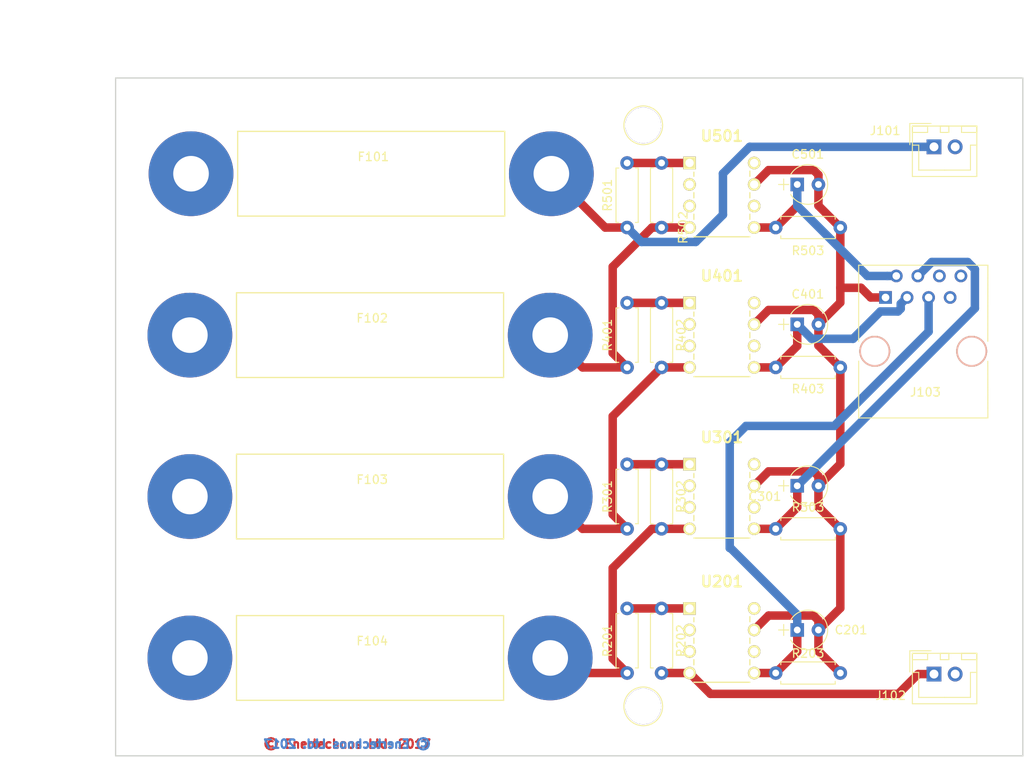
<source format=kicad_pcb>
(kicad_pcb (version 4) (host pcbnew 4.0.7)

  (general
    (links 45)
    (no_connects 0)
    (area 26.150001 94.3 147.075001 183.075001)
    (thickness 1.6)
    (drawings 12)
    (tracks 116)
    (zones 0)
    (modules 29)
    (nets 15)
  )

  (page A4)
  (title_block
    (title "Fuse Board")
    (date 2018-01-04)
    (rev "Release 0.1a")
    (company "Enertechnos Ltd.")
    (comment 1 "APPROVED for Prototype")
  )

  (layers
    (0 F.Cu signal)
    (31 B.Cu signal)
    (32 B.Adhes user)
    (33 F.Adhes user)
    (34 B.Paste user)
    (35 F.Paste user)
    (36 B.SilkS user)
    (37 F.SilkS user)
    (38 B.Mask user)
    (39 F.Mask user)
    (40 Dwgs.User user)
    (41 Cmts.User user)
    (42 Eco1.User user)
    (43 Eco2.User user)
    (44 Edge.Cuts user)
    (45 Margin user)
    (46 B.CrtYd user)
    (47 F.CrtYd user)
    (48 B.Fab user)
    (49 F.Fab user)
  )

  (setup
    (last_trace_width 1)
    (trace_clearance 0.4)
    (zone_clearance 0.508)
    (zone_45_only no)
    (trace_min 0.2)
    (segment_width 0.2)
    (edge_width 0.15)
    (via_size 1.5)
    (via_drill 1)
    (via_min_size 0.4)
    (via_min_drill 0.3)
    (uvia_size 1)
    (uvia_drill 0.5)
    (uvias_allowed no)
    (uvia_min_size 0.2)
    (uvia_min_drill 0.1)
    (pcb_text_width 0.3)
    (pcb_text_size 1.5 1.5)
    (mod_edge_width 0.15)
    (mod_text_size 1 1)
    (mod_text_width 0.15)
    (pad_size 1.524 1.524)
    (pad_drill 0.762)
    (pad_to_mask_clearance 0.2)
    (aux_axis_origin 40 183)
    (visible_elements 7FFFEF7F)
    (pcbplotparams
      (layerselection 0x010e0_80000001)
      (usegerberextensions false)
      (excludeedgelayer true)
      (linewidth 0.100000)
      (plotframeref false)
      (viasonmask false)
      (mode 1)
      (useauxorigin true)
      (hpglpennumber 1)
      (hpglpenspeed 20)
      (hpglpendiameter 15)
      (hpglpenoverlay 2)
      (psnegative false)
      (psa4output false)
      (plotreference true)
      (plotvalue true)
      (plotinvisibletext false)
      (padsonsilk false)
      (subtractmaskfromsilk false)
      (outputformat 1)
      (mirror false)
      (drillshape 0)
      (scaleselection 1)
      (outputdirectory Plot/))
  )

  (net 0 "")
  (net 1 /VoltMeter1/+VE)
  (net 2 /VoltMeter2/+VE)
  (net 3 /VoltMeter3/+VE)
  (net 4 ARD_GND)
  (net 5 /VoltMeter4/+VE)
  (net 6 "Net-(R201-Pad2)")
  (net 7 "Net-(R301-Pad2)")
  (net 8 "Net-(R401-Pad2)")
  (net 9 "Net-(R501-Pad2)")
  (net 10 V5)
  (net 11 V7)
  (net 12 V8)
  (net 13 V6)
  (net 14 /VoltMeter4/-VE)

  (net_class Default "This is the default net class."
    (clearance 0.4)
    (trace_width 1)
    (via_dia 1.5)
    (via_drill 1)
    (uvia_dia 1)
    (uvia_drill 0.5)
    (add_net /VoltMeter1/+VE)
    (add_net /VoltMeter2/+VE)
    (add_net /VoltMeter3/+VE)
    (add_net /VoltMeter4/+VE)
    (add_net /VoltMeter4/-VE)
    (add_net ARD_GND)
    (add_net "Net-(R201-Pad2)")
    (add_net "Net-(R301-Pad2)")
    (add_net "Net-(R401-Pad2)")
    (add_net "Net-(R501-Pad2)")
    (add_net V5)
    (add_net V6)
    (add_net V7)
    (add_net V8)
  )

  (module PartsLibraries:MountingHole (layer F.Cu) (tedit 594AA37F) (tstamp 5A7D94F5)
    (at 102.235 177.165)
    (descr "module 1 pin (ou trou mecanique de percage)")
    (tags DEV)
    (fp_text reference "" (at 0 -3.048) (layer F.SilkS)
      (effects (font (size 1 1) (thickness 0.15)))
    )
    (fp_text value Mount (at 0 3) (layer F.Fab)
      (effects (font (size 1 1) (thickness 0.15)))
    )
    (fp_circle (center 0 0) (end 2 0.8) (layer F.Fab) (width 0.1))
    (fp_circle (center 0 0) (end 2.6 0) (layer F.CrtYd) (width 0.05))
    (fp_circle (center 0 0) (end 0 -2.286) (layer F.SilkS) (width 0.12))
    (pad 1 thru_hole circle (at 0 0) (size 4.2 4.2) (drill 4.2) (layers *.Cu *.Mask)
      (clearance 1))
  )

  (module PartsLibraries:MountingHole (layer F.Cu) (tedit 594AA37F) (tstamp 5A7D94EE)
    (at 102.235 108.585)
    (descr "module 1 pin (ou trou mecanique de percage)")
    (tags DEV)
    (fp_text reference "" (at 0 -3.048) (layer F.SilkS)
      (effects (font (size 1 1) (thickness 0.15)))
    )
    (fp_text value Mount (at 0 3) (layer F.Fab)
      (effects (font (size 1 1) (thickness 0.15)))
    )
    (fp_circle (center 0 0) (end 2 0.8) (layer F.Fab) (width 0.1))
    (fp_circle (center 0 0) (end 2.6 0) (layer F.CrtYd) (width 0.05))
    (fp_circle (center 0 0) (end 0 -2.286) (layer F.SilkS) (width 0.12))
    (pad 1 thru_hole circle (at 0 0) (size 4.2 4.2) (drill 4.2) (layers *.Cu *.Mask)
      (clearance 1))
  )

  (module Resistors_THT:R_Axial_DIN0207_L6.3mm_D2.5mm_P7.62mm_Horizontal placed (layer F.Cu) (tedit 5874F706) (tstamp 5A3003D9)
    (at 100.33 173.228 90)
    (descr "Resistor, Axial_DIN0207 series, Axial, Horizontal, pin pitch=7.62mm, 0.25W = 1/4W, length*diameter=6.3*2.5mm^2, http://cdn-reichelt.de/documents/datenblatt/B400/1_4W%23YAG.pdf")
    (tags "Resistor Axial_DIN0207 series Axial Horizontal pin pitch 7.62mm 0.25W = 1/4W length 6.3mm diameter 2.5mm")
    (path /59C4F642/5A2FE363)
    (fp_text reference R201 (at 3.81 -2.31 90) (layer F.SilkS)
      (effects (font (size 1 1) (thickness 0.15)))
    )
    (fp_text value 10K (at 3.81 2.31 90) (layer F.Fab)
      (effects (font (size 1 1) (thickness 0.15)))
    )
    (fp_line (start 0.66 -1.25) (end 0.66 1.25) (layer F.Fab) (width 0.1))
    (fp_line (start 0.66 1.25) (end 6.96 1.25) (layer F.Fab) (width 0.1))
    (fp_line (start 6.96 1.25) (end 6.96 -1.25) (layer F.Fab) (width 0.1))
    (fp_line (start 6.96 -1.25) (end 0.66 -1.25) (layer F.Fab) (width 0.1))
    (fp_line (start 0 0) (end 0.66 0) (layer F.Fab) (width 0.1))
    (fp_line (start 7.62 0) (end 6.96 0) (layer F.Fab) (width 0.1))
    (fp_line (start 0.6 -0.98) (end 0.6 -1.31) (layer F.SilkS) (width 0.12))
    (fp_line (start 0.6 -1.31) (end 7.02 -1.31) (layer F.SilkS) (width 0.12))
    (fp_line (start 7.02 -1.31) (end 7.02 -0.98) (layer F.SilkS) (width 0.12))
    (fp_line (start 0.6 0.98) (end 0.6 1.31) (layer F.SilkS) (width 0.12))
    (fp_line (start 0.6 1.31) (end 7.02 1.31) (layer F.SilkS) (width 0.12))
    (fp_line (start 7.02 1.31) (end 7.02 0.98) (layer F.SilkS) (width 0.12))
    (fp_line (start -1.05 -1.6) (end -1.05 1.6) (layer F.CrtYd) (width 0.05))
    (fp_line (start -1.05 1.6) (end 8.7 1.6) (layer F.CrtYd) (width 0.05))
    (fp_line (start 8.7 1.6) (end 8.7 -1.6) (layer F.CrtYd) (width 0.05))
    (fp_line (start 8.7 -1.6) (end -1.05 -1.6) (layer F.CrtYd) (width 0.05))
    (pad 1 thru_hole circle (at 0 0 90) (size 1.6 1.6) (drill 0.8) (layers *.Cu *.Mask)
      (net 5 /VoltMeter4/+VE))
    (pad 2 thru_hole oval (at 7.62 0 90) (size 1.6 1.6) (drill 0.8) (layers *.Cu *.Mask)
      (net 6 "Net-(R201-Pad2)"))
    (model ${KISYS3DMOD}/Resistors_THT.3dshapes/R_Axial_DIN0207_L6.3mm_D2.5mm_P7.62mm_Horizontal.wrl
      (at (xyz 0 0 0))
      (scale (xyz 0.393701 0.393701 0.393701))
      (rotate (xyz 0 0 0))
    )
  )

  (module Resistors_THT:R_Axial_DIN0207_L6.3mm_D2.5mm_P7.62mm_Horizontal placed (layer F.Cu) (tedit 5874F706) (tstamp 5A3003EF)
    (at 104.394 165.608 270)
    (descr "Resistor, Axial_DIN0207 series, Axial, Horizontal, pin pitch=7.62mm, 0.25W = 1/4W, length*diameter=6.3*2.5mm^2, http://cdn-reichelt.de/documents/datenblatt/B400/1_4W%23YAG.pdf")
    (tags "Resistor Axial_DIN0207 series Axial Horizontal pin pitch 7.62mm 0.25W = 1/4W length 6.3mm diameter 2.5mm")
    (path /59C4F642/59C4F970)
    (fp_text reference R202 (at 3.81 -2.31 270) (layer F.SilkS)
      (effects (font (size 1 1) (thickness 0.15)))
    )
    (fp_text value 10M (at 3.81 2.31 270) (layer F.Fab)
      (effects (font (size 1 1) (thickness 0.15)))
    )
    (fp_line (start 0.66 -1.25) (end 0.66 1.25) (layer F.Fab) (width 0.1))
    (fp_line (start 0.66 1.25) (end 6.96 1.25) (layer F.Fab) (width 0.1))
    (fp_line (start 6.96 1.25) (end 6.96 -1.25) (layer F.Fab) (width 0.1))
    (fp_line (start 6.96 -1.25) (end 0.66 -1.25) (layer F.Fab) (width 0.1))
    (fp_line (start 0 0) (end 0.66 0) (layer F.Fab) (width 0.1))
    (fp_line (start 7.62 0) (end 6.96 0) (layer F.Fab) (width 0.1))
    (fp_line (start 0.6 -0.98) (end 0.6 -1.31) (layer F.SilkS) (width 0.12))
    (fp_line (start 0.6 -1.31) (end 7.02 -1.31) (layer F.SilkS) (width 0.12))
    (fp_line (start 7.02 -1.31) (end 7.02 -0.98) (layer F.SilkS) (width 0.12))
    (fp_line (start 0.6 0.98) (end 0.6 1.31) (layer F.SilkS) (width 0.12))
    (fp_line (start 0.6 1.31) (end 7.02 1.31) (layer F.SilkS) (width 0.12))
    (fp_line (start 7.02 1.31) (end 7.02 0.98) (layer F.SilkS) (width 0.12))
    (fp_line (start -1.05 -1.6) (end -1.05 1.6) (layer F.CrtYd) (width 0.05))
    (fp_line (start -1.05 1.6) (end 8.7 1.6) (layer F.CrtYd) (width 0.05))
    (fp_line (start 8.7 1.6) (end 8.7 -1.6) (layer F.CrtYd) (width 0.05))
    (fp_line (start 8.7 -1.6) (end -1.05 -1.6) (layer F.CrtYd) (width 0.05))
    (pad 1 thru_hole circle (at 0 0 270) (size 1.6 1.6) (drill 0.8) (layers *.Cu *.Mask)
      (net 6 "Net-(R201-Pad2)"))
    (pad 2 thru_hole oval (at 7.62 0 270) (size 1.6 1.6) (drill 0.8) (layers *.Cu *.Mask)
      (net 14 /VoltMeter4/-VE))
    (model ${KISYS3DMOD}/Resistors_THT.3dshapes/R_Axial_DIN0207_L6.3mm_D2.5mm_P7.62mm_Horizontal.wrl
      (at (xyz 0 0 0))
      (scale (xyz 0.393701 0.393701 0.393701))
      (rotate (xyz 0 0 0))
    )
  )

  (module Resistors_THT:R_Axial_DIN0207_L6.3mm_D2.5mm_P7.62mm_Horizontal locked placed (layer F.Cu) (tedit 5874F706) (tstamp 5A300405)
    (at 100.33 156.21 90)
    (descr "Resistor, Axial_DIN0207 series, Axial, Horizontal, pin pitch=7.62mm, 0.25W = 1/4W, length*diameter=6.3*2.5mm^2, http://cdn-reichelt.de/documents/datenblatt/B400/1_4W%23YAG.pdf")
    (tags "Resistor Axial_DIN0207 series Axial Horizontal pin pitch 7.62mm 0.25W = 1/4W length 6.3mm diameter 2.5mm")
    (path /59C51A28/5A2FE363)
    (fp_text reference R301 (at 3.81 -2.31 90) (layer F.SilkS)
      (effects (font (size 1 1) (thickness 0.15)))
    )
    (fp_text value 10K (at 3.81 2.31 90) (layer F.Fab)
      (effects (font (size 1 1) (thickness 0.15)))
    )
    (fp_line (start 0.66 -1.25) (end 0.66 1.25) (layer F.Fab) (width 0.1))
    (fp_line (start 0.66 1.25) (end 6.96 1.25) (layer F.Fab) (width 0.1))
    (fp_line (start 6.96 1.25) (end 6.96 -1.25) (layer F.Fab) (width 0.1))
    (fp_line (start 6.96 -1.25) (end 0.66 -1.25) (layer F.Fab) (width 0.1))
    (fp_line (start 0 0) (end 0.66 0) (layer F.Fab) (width 0.1))
    (fp_line (start 7.62 0) (end 6.96 0) (layer F.Fab) (width 0.1))
    (fp_line (start 0.6 -0.98) (end 0.6 -1.31) (layer F.SilkS) (width 0.12))
    (fp_line (start 0.6 -1.31) (end 7.02 -1.31) (layer F.SilkS) (width 0.12))
    (fp_line (start 7.02 -1.31) (end 7.02 -0.98) (layer F.SilkS) (width 0.12))
    (fp_line (start 0.6 0.98) (end 0.6 1.31) (layer F.SilkS) (width 0.12))
    (fp_line (start 0.6 1.31) (end 7.02 1.31) (layer F.SilkS) (width 0.12))
    (fp_line (start 7.02 1.31) (end 7.02 0.98) (layer F.SilkS) (width 0.12))
    (fp_line (start -1.05 -1.6) (end -1.05 1.6) (layer F.CrtYd) (width 0.05))
    (fp_line (start -1.05 1.6) (end 8.7 1.6) (layer F.CrtYd) (width 0.05))
    (fp_line (start 8.7 1.6) (end 8.7 -1.6) (layer F.CrtYd) (width 0.05))
    (fp_line (start 8.7 -1.6) (end -1.05 -1.6) (layer F.CrtYd) (width 0.05))
    (pad 1 thru_hole circle (at 0 0 90) (size 1.6 1.6) (drill 0.8) (layers *.Cu *.Mask)
      (net 3 /VoltMeter3/+VE))
    (pad 2 thru_hole oval (at 7.62 0 90) (size 1.6 1.6) (drill 0.8) (layers *.Cu *.Mask)
      (net 7 "Net-(R301-Pad2)"))
    (model ${KISYS3DMOD}/Resistors_THT.3dshapes/R_Axial_DIN0207_L6.3mm_D2.5mm_P7.62mm_Horizontal.wrl
      (at (xyz 0 0 0))
      (scale (xyz 0.393701 0.393701 0.393701))
      (rotate (xyz 0 0 0))
    )
  )

  (module Resistors_THT:R_Axial_DIN0207_L6.3mm_D2.5mm_P7.62mm_Horizontal locked placed (layer F.Cu) (tedit 5874F706) (tstamp 5A30041B)
    (at 104.394 148.59 270)
    (descr "Resistor, Axial_DIN0207 series, Axial, Horizontal, pin pitch=7.62mm, 0.25W = 1/4W, length*diameter=6.3*2.5mm^2, http://cdn-reichelt.de/documents/datenblatt/B400/1_4W%23YAG.pdf")
    (tags "Resistor Axial_DIN0207 series Axial Horizontal pin pitch 7.62mm 0.25W = 1/4W length 6.3mm diameter 2.5mm")
    (path /59C51A28/59C4F970)
    (fp_text reference R302 (at 3.81 -2.31 270) (layer F.SilkS)
      (effects (font (size 1 1) (thickness 0.15)))
    )
    (fp_text value 10M (at 3.81 2.31 270) (layer F.Fab)
      (effects (font (size 1 1) (thickness 0.15)))
    )
    (fp_line (start 0.66 -1.25) (end 0.66 1.25) (layer F.Fab) (width 0.1))
    (fp_line (start 0.66 1.25) (end 6.96 1.25) (layer F.Fab) (width 0.1))
    (fp_line (start 6.96 1.25) (end 6.96 -1.25) (layer F.Fab) (width 0.1))
    (fp_line (start 6.96 -1.25) (end 0.66 -1.25) (layer F.Fab) (width 0.1))
    (fp_line (start 0 0) (end 0.66 0) (layer F.Fab) (width 0.1))
    (fp_line (start 7.62 0) (end 6.96 0) (layer F.Fab) (width 0.1))
    (fp_line (start 0.6 -0.98) (end 0.6 -1.31) (layer F.SilkS) (width 0.12))
    (fp_line (start 0.6 -1.31) (end 7.02 -1.31) (layer F.SilkS) (width 0.12))
    (fp_line (start 7.02 -1.31) (end 7.02 -0.98) (layer F.SilkS) (width 0.12))
    (fp_line (start 0.6 0.98) (end 0.6 1.31) (layer F.SilkS) (width 0.12))
    (fp_line (start 0.6 1.31) (end 7.02 1.31) (layer F.SilkS) (width 0.12))
    (fp_line (start 7.02 1.31) (end 7.02 0.98) (layer F.SilkS) (width 0.12))
    (fp_line (start -1.05 -1.6) (end -1.05 1.6) (layer F.CrtYd) (width 0.05))
    (fp_line (start -1.05 1.6) (end 8.7 1.6) (layer F.CrtYd) (width 0.05))
    (fp_line (start 8.7 1.6) (end 8.7 -1.6) (layer F.CrtYd) (width 0.05))
    (fp_line (start 8.7 -1.6) (end -1.05 -1.6) (layer F.CrtYd) (width 0.05))
    (pad 1 thru_hole circle (at 0 0 270) (size 1.6 1.6) (drill 0.8) (layers *.Cu *.Mask)
      (net 7 "Net-(R301-Pad2)"))
    (pad 2 thru_hole oval (at 7.62 0 270) (size 1.6 1.6) (drill 0.8) (layers *.Cu *.Mask)
      (net 5 /VoltMeter4/+VE))
    (model ${KISYS3DMOD}/Resistors_THT.3dshapes/R_Axial_DIN0207_L6.3mm_D2.5mm_P7.62mm_Horizontal.wrl
      (at (xyz 0 0 0))
      (scale (xyz 0.393701 0.393701 0.393701))
      (rotate (xyz 0 0 0))
    )
  )

  (module Resistors_THT:R_Axial_DIN0207_L6.3mm_D2.5mm_P7.62mm_Horizontal placed (layer F.Cu) (tedit 5874F706) (tstamp 5A300431)
    (at 100.33 137.16 90)
    (descr "Resistor, Axial_DIN0207 series, Axial, Horizontal, pin pitch=7.62mm, 0.25W = 1/4W, length*diameter=6.3*2.5mm^2, http://cdn-reichelt.de/documents/datenblatt/B400/1_4W%23YAG.pdf")
    (tags "Resistor Axial_DIN0207 series Axial Horizontal pin pitch 7.62mm 0.25W = 1/4W length 6.3mm diameter 2.5mm")
    (path /59C51FF6/5A2FE363)
    (fp_text reference R401 (at 3.81 -2.31 90) (layer F.SilkS)
      (effects (font (size 1 1) (thickness 0.15)))
    )
    (fp_text value 10K (at 3.81 2.31 90) (layer F.Fab)
      (effects (font (size 1 1) (thickness 0.15)))
    )
    (fp_line (start 0.66 -1.25) (end 0.66 1.25) (layer F.Fab) (width 0.1))
    (fp_line (start 0.66 1.25) (end 6.96 1.25) (layer F.Fab) (width 0.1))
    (fp_line (start 6.96 1.25) (end 6.96 -1.25) (layer F.Fab) (width 0.1))
    (fp_line (start 6.96 -1.25) (end 0.66 -1.25) (layer F.Fab) (width 0.1))
    (fp_line (start 0 0) (end 0.66 0) (layer F.Fab) (width 0.1))
    (fp_line (start 7.62 0) (end 6.96 0) (layer F.Fab) (width 0.1))
    (fp_line (start 0.6 -0.98) (end 0.6 -1.31) (layer F.SilkS) (width 0.12))
    (fp_line (start 0.6 -1.31) (end 7.02 -1.31) (layer F.SilkS) (width 0.12))
    (fp_line (start 7.02 -1.31) (end 7.02 -0.98) (layer F.SilkS) (width 0.12))
    (fp_line (start 0.6 0.98) (end 0.6 1.31) (layer F.SilkS) (width 0.12))
    (fp_line (start 0.6 1.31) (end 7.02 1.31) (layer F.SilkS) (width 0.12))
    (fp_line (start 7.02 1.31) (end 7.02 0.98) (layer F.SilkS) (width 0.12))
    (fp_line (start -1.05 -1.6) (end -1.05 1.6) (layer F.CrtYd) (width 0.05))
    (fp_line (start -1.05 1.6) (end 8.7 1.6) (layer F.CrtYd) (width 0.05))
    (fp_line (start 8.7 1.6) (end 8.7 -1.6) (layer F.CrtYd) (width 0.05))
    (fp_line (start 8.7 -1.6) (end -1.05 -1.6) (layer F.CrtYd) (width 0.05))
    (pad 1 thru_hole circle (at 0 0 90) (size 1.6 1.6) (drill 0.8) (layers *.Cu *.Mask)
      (net 2 /VoltMeter2/+VE))
    (pad 2 thru_hole oval (at 7.62 0 90) (size 1.6 1.6) (drill 0.8) (layers *.Cu *.Mask)
      (net 8 "Net-(R401-Pad2)"))
    (model ${KISYS3DMOD}/Resistors_THT.3dshapes/R_Axial_DIN0207_L6.3mm_D2.5mm_P7.62mm_Horizontal.wrl
      (at (xyz 0 0 0))
      (scale (xyz 0.393701 0.393701 0.393701))
      (rotate (xyz 0 0 0))
    )
  )

  (module Resistors_THT:R_Axial_DIN0207_L6.3mm_D2.5mm_P7.62mm_Horizontal placed (layer F.Cu) (tedit 5874F706) (tstamp 5A300447)
    (at 104.394 129.54 270)
    (descr "Resistor, Axial_DIN0207 series, Axial, Horizontal, pin pitch=7.62mm, 0.25W = 1/4W, length*diameter=6.3*2.5mm^2, http://cdn-reichelt.de/documents/datenblatt/B400/1_4W%23YAG.pdf")
    (tags "Resistor Axial_DIN0207 series Axial Horizontal pin pitch 7.62mm 0.25W = 1/4W length 6.3mm diameter 2.5mm")
    (path /59C51FF6/59C4F970)
    (fp_text reference R402 (at 3.81 -2.31 270) (layer F.SilkS)
      (effects (font (size 1 1) (thickness 0.15)))
    )
    (fp_text value 10M (at 3.81 2.31 270) (layer F.Fab)
      (effects (font (size 1 1) (thickness 0.15)))
    )
    (fp_line (start 0.66 -1.25) (end 0.66 1.25) (layer F.Fab) (width 0.1))
    (fp_line (start 0.66 1.25) (end 6.96 1.25) (layer F.Fab) (width 0.1))
    (fp_line (start 6.96 1.25) (end 6.96 -1.25) (layer F.Fab) (width 0.1))
    (fp_line (start 6.96 -1.25) (end 0.66 -1.25) (layer F.Fab) (width 0.1))
    (fp_line (start 0 0) (end 0.66 0) (layer F.Fab) (width 0.1))
    (fp_line (start 7.62 0) (end 6.96 0) (layer F.Fab) (width 0.1))
    (fp_line (start 0.6 -0.98) (end 0.6 -1.31) (layer F.SilkS) (width 0.12))
    (fp_line (start 0.6 -1.31) (end 7.02 -1.31) (layer F.SilkS) (width 0.12))
    (fp_line (start 7.02 -1.31) (end 7.02 -0.98) (layer F.SilkS) (width 0.12))
    (fp_line (start 0.6 0.98) (end 0.6 1.31) (layer F.SilkS) (width 0.12))
    (fp_line (start 0.6 1.31) (end 7.02 1.31) (layer F.SilkS) (width 0.12))
    (fp_line (start 7.02 1.31) (end 7.02 0.98) (layer F.SilkS) (width 0.12))
    (fp_line (start -1.05 -1.6) (end -1.05 1.6) (layer F.CrtYd) (width 0.05))
    (fp_line (start -1.05 1.6) (end 8.7 1.6) (layer F.CrtYd) (width 0.05))
    (fp_line (start 8.7 1.6) (end 8.7 -1.6) (layer F.CrtYd) (width 0.05))
    (fp_line (start 8.7 -1.6) (end -1.05 -1.6) (layer F.CrtYd) (width 0.05))
    (pad 1 thru_hole circle (at 0 0 270) (size 1.6 1.6) (drill 0.8) (layers *.Cu *.Mask)
      (net 8 "Net-(R401-Pad2)"))
    (pad 2 thru_hole oval (at 7.62 0 270) (size 1.6 1.6) (drill 0.8) (layers *.Cu *.Mask)
      (net 3 /VoltMeter3/+VE))
    (model ${KISYS3DMOD}/Resistors_THT.3dshapes/R_Axial_DIN0207_L6.3mm_D2.5mm_P7.62mm_Horizontal.wrl
      (at (xyz 0 0 0))
      (scale (xyz 0.393701 0.393701 0.393701))
      (rotate (xyz 0 0 0))
    )
  )

  (module Resistors_THT:R_Axial_DIN0207_L6.3mm_D2.5mm_P7.62mm_Horizontal placed (layer F.Cu) (tedit 5874F706) (tstamp 5A30045D)
    (at 100.33 120.65 90)
    (descr "Resistor, Axial_DIN0207 series, Axial, Horizontal, pin pitch=7.62mm, 0.25W = 1/4W, length*diameter=6.3*2.5mm^2, http://cdn-reichelt.de/documents/datenblatt/B400/1_4W%23YAG.pdf")
    (tags "Resistor Axial_DIN0207 series Axial Horizontal pin pitch 7.62mm 0.25W = 1/4W length 6.3mm diameter 2.5mm")
    (path /59C5216A/5A2FE363)
    (fp_text reference R501 (at 3.81 -2.31 90) (layer F.SilkS)
      (effects (font (size 1 1) (thickness 0.15)))
    )
    (fp_text value 10K (at 3.81 2.31 90) (layer F.Fab)
      (effects (font (size 1 1) (thickness 0.15)))
    )
    (fp_line (start 0.66 -1.25) (end 0.66 1.25) (layer F.Fab) (width 0.1))
    (fp_line (start 0.66 1.25) (end 6.96 1.25) (layer F.Fab) (width 0.1))
    (fp_line (start 6.96 1.25) (end 6.96 -1.25) (layer F.Fab) (width 0.1))
    (fp_line (start 6.96 -1.25) (end 0.66 -1.25) (layer F.Fab) (width 0.1))
    (fp_line (start 0 0) (end 0.66 0) (layer F.Fab) (width 0.1))
    (fp_line (start 7.62 0) (end 6.96 0) (layer F.Fab) (width 0.1))
    (fp_line (start 0.6 -0.98) (end 0.6 -1.31) (layer F.SilkS) (width 0.12))
    (fp_line (start 0.6 -1.31) (end 7.02 -1.31) (layer F.SilkS) (width 0.12))
    (fp_line (start 7.02 -1.31) (end 7.02 -0.98) (layer F.SilkS) (width 0.12))
    (fp_line (start 0.6 0.98) (end 0.6 1.31) (layer F.SilkS) (width 0.12))
    (fp_line (start 0.6 1.31) (end 7.02 1.31) (layer F.SilkS) (width 0.12))
    (fp_line (start 7.02 1.31) (end 7.02 0.98) (layer F.SilkS) (width 0.12))
    (fp_line (start -1.05 -1.6) (end -1.05 1.6) (layer F.CrtYd) (width 0.05))
    (fp_line (start -1.05 1.6) (end 8.7 1.6) (layer F.CrtYd) (width 0.05))
    (fp_line (start 8.7 1.6) (end 8.7 -1.6) (layer F.CrtYd) (width 0.05))
    (fp_line (start 8.7 -1.6) (end -1.05 -1.6) (layer F.CrtYd) (width 0.05))
    (pad 1 thru_hole circle (at 0 0 90) (size 1.6 1.6) (drill 0.8) (layers *.Cu *.Mask)
      (net 1 /VoltMeter1/+VE))
    (pad 2 thru_hole oval (at 7.62 0 90) (size 1.6 1.6) (drill 0.8) (layers *.Cu *.Mask)
      (net 9 "Net-(R501-Pad2)"))
    (model ${KISYS3DMOD}/Resistors_THT.3dshapes/R_Axial_DIN0207_L6.3mm_D2.5mm_P7.62mm_Horizontal.wrl
      (at (xyz 0 0 0))
      (scale (xyz 0.393701 0.393701 0.393701))
      (rotate (xyz 0 0 0))
    )
  )

  (module Resistors_THT:R_Axial_DIN0207_L6.3mm_D2.5mm_P7.62mm_Horizontal placed (layer F.Cu) (tedit 5874F706) (tstamp 5A300473)
    (at 104.394 113.03 270)
    (descr "Resistor, Axial_DIN0207 series, Axial, Horizontal, pin pitch=7.62mm, 0.25W = 1/4W, length*diameter=6.3*2.5mm^2, http://cdn-reichelt.de/documents/datenblatt/B400/1_4W%23YAG.pdf")
    (tags "Resistor Axial_DIN0207 series Axial Horizontal pin pitch 7.62mm 0.25W = 1/4W length 6.3mm diameter 2.5mm")
    (path /59C5216A/59C4F970)
    (fp_text reference R502 (at 7.62 -2.54 270) (layer F.SilkS)
      (effects (font (size 1 1) (thickness 0.15)))
    )
    (fp_text value 10M (at 3.81 2.31 270) (layer F.Fab)
      (effects (font (size 1 1) (thickness 0.15)))
    )
    (fp_line (start 0.66 -1.25) (end 0.66 1.25) (layer F.Fab) (width 0.1))
    (fp_line (start 0.66 1.25) (end 6.96 1.25) (layer F.Fab) (width 0.1))
    (fp_line (start 6.96 1.25) (end 6.96 -1.25) (layer F.Fab) (width 0.1))
    (fp_line (start 6.96 -1.25) (end 0.66 -1.25) (layer F.Fab) (width 0.1))
    (fp_line (start 0 0) (end 0.66 0) (layer F.Fab) (width 0.1))
    (fp_line (start 7.62 0) (end 6.96 0) (layer F.Fab) (width 0.1))
    (fp_line (start 0.6 -0.98) (end 0.6 -1.31) (layer F.SilkS) (width 0.12))
    (fp_line (start 0.6 -1.31) (end 7.02 -1.31) (layer F.SilkS) (width 0.12))
    (fp_line (start 7.02 -1.31) (end 7.02 -0.98) (layer F.SilkS) (width 0.12))
    (fp_line (start 0.6 0.98) (end 0.6 1.31) (layer F.SilkS) (width 0.12))
    (fp_line (start 0.6 1.31) (end 7.02 1.31) (layer F.SilkS) (width 0.12))
    (fp_line (start 7.02 1.31) (end 7.02 0.98) (layer F.SilkS) (width 0.12))
    (fp_line (start -1.05 -1.6) (end -1.05 1.6) (layer F.CrtYd) (width 0.05))
    (fp_line (start -1.05 1.6) (end 8.7 1.6) (layer F.CrtYd) (width 0.05))
    (fp_line (start 8.7 1.6) (end 8.7 -1.6) (layer F.CrtYd) (width 0.05))
    (fp_line (start 8.7 -1.6) (end -1.05 -1.6) (layer F.CrtYd) (width 0.05))
    (pad 1 thru_hole circle (at 0 0 270) (size 1.6 1.6) (drill 0.8) (layers *.Cu *.Mask)
      (net 9 "Net-(R501-Pad2)"))
    (pad 2 thru_hole oval (at 7.62 0 270) (size 1.6 1.6) (drill 0.8) (layers *.Cu *.Mask)
      (net 2 /VoltMeter2/+VE))
    (model ${KISYS3DMOD}/Resistors_THT.3dshapes/R_Axial_DIN0207_L6.3mm_D2.5mm_P7.62mm_Horizontal.wrl
      (at (xyz 0 0 0))
      (scale (xyz 0.393701 0.393701 0.393701))
      (rotate (xyz 0 0 0))
    )
  )

  (module Capacitors_THT:CP_Radial_Tantal_D4.5mm_P2.50mm (layer F.Cu) (tedit 597C781B) (tstamp 5A4D156D)
    (at 120.396 168.148)
    (descr "CP, Radial_Tantal series, Radial, pin pitch=2.50mm, , diameter=4.5mm, Tantal Electrolytic Capacitor, http://cdn-reichelt.de/documents/datenblatt/B300/TANTAL-TB-Serie%23.pdf")
    (tags "CP Radial_Tantal series Radial pin pitch 2.50mm  diameter 4.5mm Tantal Electrolytic Capacitor")
    (path /59C4F642/5A3A7FE3)
    (fp_text reference C201 (at 6.35 0) (layer F.SilkS)
      (effects (font (size 1 1) (thickness 0.15)))
    )
    (fp_text value C (at 1.25 3.56) (layer F.Fab)
      (effects (font (size 1 1) (thickness 0.15)))
    )
    (fp_arc (start 1.25 0) (end -0.770693 -1.18) (angle 119.4) (layer F.SilkS) (width 0.12))
    (fp_arc (start 1.25 0) (end -0.770693 1.18) (angle -119.4) (layer F.SilkS) (width 0.12))
    (fp_arc (start 1.25 0) (end 3.270693 -1.18) (angle 60.6) (layer F.SilkS) (width 0.12))
    (fp_circle (center 1.25 0) (end 3.5 0) (layer F.Fab) (width 0.1))
    (fp_line (start -2.2 0) (end -1 0) (layer F.Fab) (width 0.1))
    (fp_line (start -1.6 -0.65) (end -1.6 0.65) (layer F.Fab) (width 0.1))
    (fp_line (start -2.2 0) (end -1 0) (layer F.SilkS) (width 0.12))
    (fp_line (start -1.6 -0.65) (end -1.6 0.65) (layer F.SilkS) (width 0.12))
    (fp_line (start -1.35 -2.6) (end -1.35 2.6) (layer F.CrtYd) (width 0.05))
    (fp_line (start -1.35 2.6) (end 3.85 2.6) (layer F.CrtYd) (width 0.05))
    (fp_line (start 3.85 2.6) (end 3.85 -2.6) (layer F.CrtYd) (width 0.05))
    (fp_line (start 3.85 -2.6) (end -1.35 -2.6) (layer F.CrtYd) (width 0.05))
    (fp_text user %R (at 1.25 0) (layer F.Fab)
      (effects (font (size 1 1) (thickness 0.15)))
    )
    (pad 1 thru_hole rect (at 0 0) (size 1.6 1.6) (drill 0.8) (layers *.Cu *.Mask)
      (net 12 V8))
    (pad 2 thru_hole circle (at 2.5 0) (size 1.6 1.6) (drill 0.8) (layers *.Cu *.Mask)
      (net 4 ARD_GND))
    (model ${KISYS3DMOD}/Capacitors_THT.3dshapes/CP_Radial_Tantal_D4.5mm_P2.50mm.wrl
      (at (xyz 0 0 0))
      (scale (xyz 1 1 1))
      (rotate (xyz 0 0 0))
    )
  )

  (module Capacitors_THT:CP_Radial_Tantal_D4.5mm_P2.50mm (layer F.Cu) (tedit 597C781B) (tstamp 5A4D1580)
    (at 120.396 151.13)
    (descr "CP, Radial_Tantal series, Radial, pin pitch=2.50mm, , diameter=4.5mm, Tantal Electrolytic Capacitor, http://cdn-reichelt.de/documents/datenblatt/B300/TANTAL-TB-Serie%23.pdf")
    (tags "CP Radial_Tantal series Radial pin pitch 2.50mm  diameter 4.5mm Tantal Electrolytic Capacitor")
    (path /59C51A28/5A3A7FE3)
    (fp_text reference C301 (at -3.81 1.27) (layer F.SilkS)
      (effects (font (size 1 1) (thickness 0.15)))
    )
    (fp_text value C (at 1.25 3.56) (layer F.Fab)
      (effects (font (size 1 1) (thickness 0.15)))
    )
    (fp_arc (start 1.25 0) (end -0.770693 -1.18) (angle 119.4) (layer F.SilkS) (width 0.12))
    (fp_arc (start 1.25 0) (end -0.770693 1.18) (angle -119.4) (layer F.SilkS) (width 0.12))
    (fp_arc (start 1.25 0) (end 3.270693 -1.18) (angle 60.6) (layer F.SilkS) (width 0.12))
    (fp_circle (center 1.25 0) (end 3.5 0) (layer F.Fab) (width 0.1))
    (fp_line (start -2.2 0) (end -1 0) (layer F.Fab) (width 0.1))
    (fp_line (start -1.6 -0.65) (end -1.6 0.65) (layer F.Fab) (width 0.1))
    (fp_line (start -2.2 0) (end -1 0) (layer F.SilkS) (width 0.12))
    (fp_line (start -1.6 -0.65) (end -1.6 0.65) (layer F.SilkS) (width 0.12))
    (fp_line (start -1.35 -2.6) (end -1.35 2.6) (layer F.CrtYd) (width 0.05))
    (fp_line (start -1.35 2.6) (end 3.85 2.6) (layer F.CrtYd) (width 0.05))
    (fp_line (start 3.85 2.6) (end 3.85 -2.6) (layer F.CrtYd) (width 0.05))
    (fp_line (start 3.85 -2.6) (end -1.35 -2.6) (layer F.CrtYd) (width 0.05))
    (fp_text user %R (at 1.25 0) (layer F.Fab)
      (effects (font (size 1 1) (thickness 0.15)))
    )
    (pad 1 thru_hole rect (at 0 0) (size 1.6 1.6) (drill 0.8) (layers *.Cu *.Mask)
      (net 11 V7))
    (pad 2 thru_hole circle (at 2.5 0) (size 1.6 1.6) (drill 0.8) (layers *.Cu *.Mask)
      (net 4 ARD_GND))
    (model ${KISYS3DMOD}/Capacitors_THT.3dshapes/CP_Radial_Tantal_D4.5mm_P2.50mm.wrl
      (at (xyz 0 0 0))
      (scale (xyz 1 1 1))
      (rotate (xyz 0 0 0))
    )
  )

  (module Capacitors_THT:CP_Radial_Tantal_D4.5mm_P2.50mm (layer F.Cu) (tedit 597C781B) (tstamp 5A4D1593)
    (at 120.396 132.08)
    (descr "CP, Radial_Tantal series, Radial, pin pitch=2.50mm, , diameter=4.5mm, Tantal Electrolytic Capacitor, http://cdn-reichelt.de/documents/datenblatt/B300/TANTAL-TB-Serie%23.pdf")
    (tags "CP Radial_Tantal series Radial pin pitch 2.50mm  diameter 4.5mm Tantal Electrolytic Capacitor")
    (path /59C51FF6/5A3A7FE3)
    (fp_text reference C401 (at 1.25 -3.56) (layer F.SilkS)
      (effects (font (size 1 1) (thickness 0.15)))
    )
    (fp_text value C (at 1.25 3.56) (layer F.Fab)
      (effects (font (size 1 1) (thickness 0.15)))
    )
    (fp_arc (start 1.25 0) (end -0.770693 -1.18) (angle 119.4) (layer F.SilkS) (width 0.12))
    (fp_arc (start 1.25 0) (end -0.770693 1.18) (angle -119.4) (layer F.SilkS) (width 0.12))
    (fp_arc (start 1.25 0) (end 3.270693 -1.18) (angle 60.6) (layer F.SilkS) (width 0.12))
    (fp_circle (center 1.25 0) (end 3.5 0) (layer F.Fab) (width 0.1))
    (fp_line (start -2.2 0) (end -1 0) (layer F.Fab) (width 0.1))
    (fp_line (start -1.6 -0.65) (end -1.6 0.65) (layer F.Fab) (width 0.1))
    (fp_line (start -2.2 0) (end -1 0) (layer F.SilkS) (width 0.12))
    (fp_line (start -1.6 -0.65) (end -1.6 0.65) (layer F.SilkS) (width 0.12))
    (fp_line (start -1.35 -2.6) (end -1.35 2.6) (layer F.CrtYd) (width 0.05))
    (fp_line (start -1.35 2.6) (end 3.85 2.6) (layer F.CrtYd) (width 0.05))
    (fp_line (start 3.85 2.6) (end 3.85 -2.6) (layer F.CrtYd) (width 0.05))
    (fp_line (start 3.85 -2.6) (end -1.35 -2.6) (layer F.CrtYd) (width 0.05))
    (fp_text user %R (at 1.25 0) (layer F.Fab)
      (effects (font (size 1 1) (thickness 0.15)))
    )
    (pad 1 thru_hole rect (at 0 0) (size 1.6 1.6) (drill 0.8) (layers *.Cu *.Mask)
      (net 13 V6))
    (pad 2 thru_hole circle (at 2.5 0) (size 1.6 1.6) (drill 0.8) (layers *.Cu *.Mask)
      (net 4 ARD_GND))
    (model ${KISYS3DMOD}/Capacitors_THT.3dshapes/CP_Radial_Tantal_D4.5mm_P2.50mm.wrl
      (at (xyz 0 0 0))
      (scale (xyz 1 1 1))
      (rotate (xyz 0 0 0))
    )
  )

  (module Capacitors_THT:CP_Radial_Tantal_D4.5mm_P2.50mm (layer F.Cu) (tedit 597C781B) (tstamp 5A4D15A6)
    (at 120.396 115.57)
    (descr "CP, Radial_Tantal series, Radial, pin pitch=2.50mm, , diameter=4.5mm, Tantal Electrolytic Capacitor, http://cdn-reichelt.de/documents/datenblatt/B300/TANTAL-TB-Serie%23.pdf")
    (tags "CP Radial_Tantal series Radial pin pitch 2.50mm  diameter 4.5mm Tantal Electrolytic Capacitor")
    (path /59C5216A/5A3A7FE3)
    (fp_text reference C501 (at 1.25 -3.56) (layer F.SilkS)
      (effects (font (size 1 1) (thickness 0.15)))
    )
    (fp_text value C (at 1.25 3.56) (layer F.Fab)
      (effects (font (size 1 1) (thickness 0.15)))
    )
    (fp_arc (start 1.25 0) (end -0.770693 -1.18) (angle 119.4) (layer F.SilkS) (width 0.12))
    (fp_arc (start 1.25 0) (end -0.770693 1.18) (angle -119.4) (layer F.SilkS) (width 0.12))
    (fp_arc (start 1.25 0) (end 3.270693 -1.18) (angle 60.6) (layer F.SilkS) (width 0.12))
    (fp_circle (center 1.25 0) (end 3.5 0) (layer F.Fab) (width 0.1))
    (fp_line (start -2.2 0) (end -1 0) (layer F.Fab) (width 0.1))
    (fp_line (start -1.6 -0.65) (end -1.6 0.65) (layer F.Fab) (width 0.1))
    (fp_line (start -2.2 0) (end -1 0) (layer F.SilkS) (width 0.12))
    (fp_line (start -1.6 -0.65) (end -1.6 0.65) (layer F.SilkS) (width 0.12))
    (fp_line (start -1.35 -2.6) (end -1.35 2.6) (layer F.CrtYd) (width 0.05))
    (fp_line (start -1.35 2.6) (end 3.85 2.6) (layer F.CrtYd) (width 0.05))
    (fp_line (start 3.85 2.6) (end 3.85 -2.6) (layer F.CrtYd) (width 0.05))
    (fp_line (start 3.85 -2.6) (end -1.35 -2.6) (layer F.CrtYd) (width 0.05))
    (fp_text user %R (at 1.25 0) (layer F.Fab)
      (effects (font (size 1 1) (thickness 0.15)))
    )
    (pad 1 thru_hole rect (at 0 0) (size 1.6 1.6) (drill 0.8) (layers *.Cu *.Mask)
      (net 10 V5))
    (pad 2 thru_hole circle (at 2.5 0) (size 1.6 1.6) (drill 0.8) (layers *.Cu *.Mask)
      (net 4 ARD_GND))
    (model ${KISYS3DMOD}/Capacitors_THT.3dshapes/CP_Radial_Tantal_D4.5mm_P2.50mm.wrl
      (at (xyz 0 0 0))
      (scale (xyz 1 1 1))
      (rotate (xyz 0 0 0))
    )
  )

  (module Connectors_JST:JST_XH_B02B-XH-A_02x2.50mm_Straight (layer F.Cu) (tedit 58EAE7F0) (tstamp 5A4D161B)
    (at 136.525 111.125)
    (descr "JST XH series connector, B02B-XH-A, top entry type, through hole")
    (tags "connector jst xh tht top vertical 2.50mm")
    (path /5A4D601D)
    (fp_text reference J101 (at -5.755 -1.905) (layer F.SilkS)
      (effects (font (size 1 1) (thickness 0.15)))
    )
    (fp_text value FB_IN (at 1.25 4.5) (layer F.Fab)
      (effects (font (size 1 1) (thickness 0.15)))
    )
    (fp_line (start -2.45 -2.35) (end -2.45 3.4) (layer F.Fab) (width 0.1))
    (fp_line (start -2.45 3.4) (end 4.95 3.4) (layer F.Fab) (width 0.1))
    (fp_line (start 4.95 3.4) (end 4.95 -2.35) (layer F.Fab) (width 0.1))
    (fp_line (start 4.95 -2.35) (end -2.45 -2.35) (layer F.Fab) (width 0.1))
    (fp_line (start -2.95 -2.85) (end -2.95 3.9) (layer F.CrtYd) (width 0.05))
    (fp_line (start -2.95 3.9) (end 5.45 3.9) (layer F.CrtYd) (width 0.05))
    (fp_line (start 5.45 3.9) (end 5.45 -2.85) (layer F.CrtYd) (width 0.05))
    (fp_line (start 5.45 -2.85) (end -2.95 -2.85) (layer F.CrtYd) (width 0.05))
    (fp_line (start -2.55 -2.45) (end -2.55 3.5) (layer F.SilkS) (width 0.12))
    (fp_line (start -2.55 3.5) (end 5.05 3.5) (layer F.SilkS) (width 0.12))
    (fp_line (start 5.05 3.5) (end 5.05 -2.45) (layer F.SilkS) (width 0.12))
    (fp_line (start 5.05 -2.45) (end -2.55 -2.45) (layer F.SilkS) (width 0.12))
    (fp_line (start 0.75 -2.45) (end 0.75 -1.7) (layer F.SilkS) (width 0.12))
    (fp_line (start 0.75 -1.7) (end 1.75 -1.7) (layer F.SilkS) (width 0.12))
    (fp_line (start 1.75 -1.7) (end 1.75 -2.45) (layer F.SilkS) (width 0.12))
    (fp_line (start 1.75 -2.45) (end 0.75 -2.45) (layer F.SilkS) (width 0.12))
    (fp_line (start -2.55 -2.45) (end -2.55 -1.7) (layer F.SilkS) (width 0.12))
    (fp_line (start -2.55 -1.7) (end -0.75 -1.7) (layer F.SilkS) (width 0.12))
    (fp_line (start -0.75 -1.7) (end -0.75 -2.45) (layer F.SilkS) (width 0.12))
    (fp_line (start -0.75 -2.45) (end -2.55 -2.45) (layer F.SilkS) (width 0.12))
    (fp_line (start 3.25 -2.45) (end 3.25 -1.7) (layer F.SilkS) (width 0.12))
    (fp_line (start 3.25 -1.7) (end 5.05 -1.7) (layer F.SilkS) (width 0.12))
    (fp_line (start 5.05 -1.7) (end 5.05 -2.45) (layer F.SilkS) (width 0.12))
    (fp_line (start 5.05 -2.45) (end 3.25 -2.45) (layer F.SilkS) (width 0.12))
    (fp_line (start -2.55 -0.2) (end -1.8 -0.2) (layer F.SilkS) (width 0.12))
    (fp_line (start -1.8 -0.2) (end -1.8 2.75) (layer F.SilkS) (width 0.12))
    (fp_line (start -1.8 2.75) (end 1.25 2.75) (layer F.SilkS) (width 0.12))
    (fp_line (start 5.05 -0.2) (end 4.3 -0.2) (layer F.SilkS) (width 0.12))
    (fp_line (start 4.3 -0.2) (end 4.3 2.75) (layer F.SilkS) (width 0.12))
    (fp_line (start 4.3 2.75) (end 1.25 2.75) (layer F.SilkS) (width 0.12))
    (fp_line (start -0.35 -2.75) (end -2.85 -2.75) (layer F.SilkS) (width 0.12))
    (fp_line (start -2.85 -2.75) (end -2.85 -0.25) (layer F.SilkS) (width 0.12))
    (fp_line (start -0.35 -2.75) (end -2.85 -2.75) (layer F.Fab) (width 0.1))
    (fp_line (start -2.85 -2.75) (end -2.85 -0.25) (layer F.Fab) (width 0.1))
    (fp_text user %R (at 1.25 2.5) (layer F.Fab)
      (effects (font (size 1 1) (thickness 0.15)))
    )
    (pad 1 thru_hole rect (at 0 0) (size 1.75 1.75) (drill 1.05) (layers *.Cu *.Mask)
      (net 1 /VoltMeter1/+VE))
    (pad 2 thru_hole circle (at 2.5 0) (size 1.75 1.75) (drill 1.05) (layers *.Cu *.Mask))
    (model Connectors_JST.3dshapes/JST_XH_B02B-XH-A_02x2.50mm_Straight.wrl
      (at (xyz 0 0 0))
      (scale (xyz 1 1 1))
      (rotate (xyz 0 0 0))
    )
  )

  (module Resistors_THT:R_Axial_DIN0207_L6.3mm_D2.5mm_P7.62mm_Horizontal (layer F.Cu) (tedit 5874F706) (tstamp 5A4D1631)
    (at 117.856 173.228)
    (descr "Resistor, Axial_DIN0207 series, Axial, Horizontal, pin pitch=7.62mm, 0.25W = 1/4W, length*diameter=6.3*2.5mm^2, http://cdn-reichelt.de/documents/datenblatt/B400/1_4W%23YAG.pdf")
    (tags "Resistor Axial_DIN0207 series Axial Horizontal pin pitch 7.62mm 0.25W = 1/4W length 6.3mm diameter 2.5mm")
    (path /59C4F642/5A3A8016)
    (fp_text reference R203 (at 3.81 -2.31) (layer F.SilkS)
      (effects (font (size 1 1) (thickness 0.15)))
    )
    (fp_text value R (at 3.81 2.31) (layer F.Fab)
      (effects (font (size 1 1) (thickness 0.15)))
    )
    (fp_line (start 0.66 -1.25) (end 0.66 1.25) (layer F.Fab) (width 0.1))
    (fp_line (start 0.66 1.25) (end 6.96 1.25) (layer F.Fab) (width 0.1))
    (fp_line (start 6.96 1.25) (end 6.96 -1.25) (layer F.Fab) (width 0.1))
    (fp_line (start 6.96 -1.25) (end 0.66 -1.25) (layer F.Fab) (width 0.1))
    (fp_line (start 0 0) (end 0.66 0) (layer F.Fab) (width 0.1))
    (fp_line (start 7.62 0) (end 6.96 0) (layer F.Fab) (width 0.1))
    (fp_line (start 0.6 -0.98) (end 0.6 -1.31) (layer F.SilkS) (width 0.12))
    (fp_line (start 0.6 -1.31) (end 7.02 -1.31) (layer F.SilkS) (width 0.12))
    (fp_line (start 7.02 -1.31) (end 7.02 -0.98) (layer F.SilkS) (width 0.12))
    (fp_line (start 0.6 0.98) (end 0.6 1.31) (layer F.SilkS) (width 0.12))
    (fp_line (start 0.6 1.31) (end 7.02 1.31) (layer F.SilkS) (width 0.12))
    (fp_line (start 7.02 1.31) (end 7.02 0.98) (layer F.SilkS) (width 0.12))
    (fp_line (start -1.05 -1.6) (end -1.05 1.6) (layer F.CrtYd) (width 0.05))
    (fp_line (start -1.05 1.6) (end 8.7 1.6) (layer F.CrtYd) (width 0.05))
    (fp_line (start 8.7 1.6) (end 8.7 -1.6) (layer F.CrtYd) (width 0.05))
    (fp_line (start 8.7 -1.6) (end -1.05 -1.6) (layer F.CrtYd) (width 0.05))
    (pad 1 thru_hole circle (at 0 0) (size 1.6 1.6) (drill 0.8) (layers *.Cu *.Mask)
      (net 12 V8))
    (pad 2 thru_hole oval (at 7.62 0) (size 1.6 1.6) (drill 0.8) (layers *.Cu *.Mask)
      (net 4 ARD_GND))
    (model ${KISYS3DMOD}/Resistors_THT.3dshapes/R_Axial_DIN0207_L6.3mm_D2.5mm_P7.62mm_Horizontal.wrl
      (at (xyz 0 0 0))
      (scale (xyz 0.393701 0.393701 0.393701))
      (rotate (xyz 0 0 0))
    )
  )

  (module Resistors_THT:R_Axial_DIN0207_L6.3mm_D2.5mm_P7.62mm_Horizontal (layer F.Cu) (tedit 5874F706) (tstamp 5A4D1647)
    (at 117.856 156.21)
    (descr "Resistor, Axial_DIN0207 series, Axial, Horizontal, pin pitch=7.62mm, 0.25W = 1/4W, length*diameter=6.3*2.5mm^2, http://cdn-reichelt.de/documents/datenblatt/B400/1_4W%23YAG.pdf")
    (tags "Resistor Axial_DIN0207 series Axial Horizontal pin pitch 7.62mm 0.25W = 1/4W length 6.3mm diameter 2.5mm")
    (path /59C51A28/5A3A8016)
    (fp_text reference R303 (at 3.81 -2.54) (layer F.SilkS)
      (effects (font (size 1 1) (thickness 0.15)))
    )
    (fp_text value R (at 3.81 2.31) (layer F.Fab)
      (effects (font (size 1 1) (thickness 0.15)))
    )
    (fp_line (start 0.66 -1.25) (end 0.66 1.25) (layer F.Fab) (width 0.1))
    (fp_line (start 0.66 1.25) (end 6.96 1.25) (layer F.Fab) (width 0.1))
    (fp_line (start 6.96 1.25) (end 6.96 -1.25) (layer F.Fab) (width 0.1))
    (fp_line (start 6.96 -1.25) (end 0.66 -1.25) (layer F.Fab) (width 0.1))
    (fp_line (start 0 0) (end 0.66 0) (layer F.Fab) (width 0.1))
    (fp_line (start 7.62 0) (end 6.96 0) (layer F.Fab) (width 0.1))
    (fp_line (start 0.6 -0.98) (end 0.6 -1.31) (layer F.SilkS) (width 0.12))
    (fp_line (start 0.6 -1.31) (end 7.02 -1.31) (layer F.SilkS) (width 0.12))
    (fp_line (start 7.02 -1.31) (end 7.02 -0.98) (layer F.SilkS) (width 0.12))
    (fp_line (start 0.6 0.98) (end 0.6 1.31) (layer F.SilkS) (width 0.12))
    (fp_line (start 0.6 1.31) (end 7.02 1.31) (layer F.SilkS) (width 0.12))
    (fp_line (start 7.02 1.31) (end 7.02 0.98) (layer F.SilkS) (width 0.12))
    (fp_line (start -1.05 -1.6) (end -1.05 1.6) (layer F.CrtYd) (width 0.05))
    (fp_line (start -1.05 1.6) (end 8.7 1.6) (layer F.CrtYd) (width 0.05))
    (fp_line (start 8.7 1.6) (end 8.7 -1.6) (layer F.CrtYd) (width 0.05))
    (fp_line (start 8.7 -1.6) (end -1.05 -1.6) (layer F.CrtYd) (width 0.05))
    (pad 1 thru_hole circle (at 0 0) (size 1.6 1.6) (drill 0.8) (layers *.Cu *.Mask)
      (net 11 V7))
    (pad 2 thru_hole oval (at 7.62 0) (size 1.6 1.6) (drill 0.8) (layers *.Cu *.Mask)
      (net 4 ARD_GND))
    (model ${KISYS3DMOD}/Resistors_THT.3dshapes/R_Axial_DIN0207_L6.3mm_D2.5mm_P7.62mm_Horizontal.wrl
      (at (xyz 0 0 0))
      (scale (xyz 0.393701 0.393701 0.393701))
      (rotate (xyz 0 0 0))
    )
  )

  (module Resistors_THT:R_Axial_DIN0207_L6.3mm_D2.5mm_P7.62mm_Horizontal (layer F.Cu) (tedit 5874F706) (tstamp 5A4D165D)
    (at 117.856 137.16)
    (descr "Resistor, Axial_DIN0207 series, Axial, Horizontal, pin pitch=7.62mm, 0.25W = 1/4W, length*diameter=6.3*2.5mm^2, http://cdn-reichelt.de/documents/datenblatt/B400/1_4W%23YAG.pdf")
    (tags "Resistor Axial_DIN0207 series Axial Horizontal pin pitch 7.62mm 0.25W = 1/4W length 6.3mm diameter 2.5mm")
    (path /59C51FF6/5A3A8016)
    (fp_text reference R403 (at 3.81 2.54) (layer F.SilkS)
      (effects (font (size 1 1) (thickness 0.15)))
    )
    (fp_text value R (at 3.81 2.31) (layer F.Fab)
      (effects (font (size 1 1) (thickness 0.15)))
    )
    (fp_line (start 0.66 -1.25) (end 0.66 1.25) (layer F.Fab) (width 0.1))
    (fp_line (start 0.66 1.25) (end 6.96 1.25) (layer F.Fab) (width 0.1))
    (fp_line (start 6.96 1.25) (end 6.96 -1.25) (layer F.Fab) (width 0.1))
    (fp_line (start 6.96 -1.25) (end 0.66 -1.25) (layer F.Fab) (width 0.1))
    (fp_line (start 0 0) (end 0.66 0) (layer F.Fab) (width 0.1))
    (fp_line (start 7.62 0) (end 6.96 0) (layer F.Fab) (width 0.1))
    (fp_line (start 0.6 -0.98) (end 0.6 -1.31) (layer F.SilkS) (width 0.12))
    (fp_line (start 0.6 -1.31) (end 7.02 -1.31) (layer F.SilkS) (width 0.12))
    (fp_line (start 7.02 -1.31) (end 7.02 -0.98) (layer F.SilkS) (width 0.12))
    (fp_line (start 0.6 0.98) (end 0.6 1.31) (layer F.SilkS) (width 0.12))
    (fp_line (start 0.6 1.31) (end 7.02 1.31) (layer F.SilkS) (width 0.12))
    (fp_line (start 7.02 1.31) (end 7.02 0.98) (layer F.SilkS) (width 0.12))
    (fp_line (start -1.05 -1.6) (end -1.05 1.6) (layer F.CrtYd) (width 0.05))
    (fp_line (start -1.05 1.6) (end 8.7 1.6) (layer F.CrtYd) (width 0.05))
    (fp_line (start 8.7 1.6) (end 8.7 -1.6) (layer F.CrtYd) (width 0.05))
    (fp_line (start 8.7 -1.6) (end -1.05 -1.6) (layer F.CrtYd) (width 0.05))
    (pad 1 thru_hole circle (at 0 0) (size 1.6 1.6) (drill 0.8) (layers *.Cu *.Mask)
      (net 13 V6))
    (pad 2 thru_hole oval (at 7.62 0) (size 1.6 1.6) (drill 0.8) (layers *.Cu *.Mask)
      (net 4 ARD_GND))
    (model ${KISYS3DMOD}/Resistors_THT.3dshapes/R_Axial_DIN0207_L6.3mm_D2.5mm_P7.62mm_Horizontal.wrl
      (at (xyz 0 0 0))
      (scale (xyz 0.393701 0.393701 0.393701))
      (rotate (xyz 0 0 0))
    )
  )

  (module Resistors_THT:R_Axial_DIN0207_L6.3mm_D2.5mm_P7.62mm_Horizontal (layer F.Cu) (tedit 5874F706) (tstamp 5A4D1673)
    (at 117.856 120.65)
    (descr "Resistor, Axial_DIN0207 series, Axial, Horizontal, pin pitch=7.62mm, 0.25W = 1/4W, length*diameter=6.3*2.5mm^2, http://cdn-reichelt.de/documents/datenblatt/B400/1_4W%23YAG.pdf")
    (tags "Resistor Axial_DIN0207 series Axial Horizontal pin pitch 7.62mm 0.25W = 1/4W length 6.3mm diameter 2.5mm")
    (path /59C5216A/5A3A8016)
    (fp_text reference R503 (at 3.81 2.735) (layer F.SilkS)
      (effects (font (size 1 1) (thickness 0.15)))
    )
    (fp_text value R (at 3.81 2.31) (layer F.Fab)
      (effects (font (size 1 1) (thickness 0.15)))
    )
    (fp_line (start 0.66 -1.25) (end 0.66 1.25) (layer F.Fab) (width 0.1))
    (fp_line (start 0.66 1.25) (end 6.96 1.25) (layer F.Fab) (width 0.1))
    (fp_line (start 6.96 1.25) (end 6.96 -1.25) (layer F.Fab) (width 0.1))
    (fp_line (start 6.96 -1.25) (end 0.66 -1.25) (layer F.Fab) (width 0.1))
    (fp_line (start 0 0) (end 0.66 0) (layer F.Fab) (width 0.1))
    (fp_line (start 7.62 0) (end 6.96 0) (layer F.Fab) (width 0.1))
    (fp_line (start 0.6 -0.98) (end 0.6 -1.31) (layer F.SilkS) (width 0.12))
    (fp_line (start 0.6 -1.31) (end 7.02 -1.31) (layer F.SilkS) (width 0.12))
    (fp_line (start 7.02 -1.31) (end 7.02 -0.98) (layer F.SilkS) (width 0.12))
    (fp_line (start 0.6 0.98) (end 0.6 1.31) (layer F.SilkS) (width 0.12))
    (fp_line (start 0.6 1.31) (end 7.02 1.31) (layer F.SilkS) (width 0.12))
    (fp_line (start 7.02 1.31) (end 7.02 0.98) (layer F.SilkS) (width 0.12))
    (fp_line (start -1.05 -1.6) (end -1.05 1.6) (layer F.CrtYd) (width 0.05))
    (fp_line (start -1.05 1.6) (end 8.7 1.6) (layer F.CrtYd) (width 0.05))
    (fp_line (start 8.7 1.6) (end 8.7 -1.6) (layer F.CrtYd) (width 0.05))
    (fp_line (start 8.7 -1.6) (end -1.05 -1.6) (layer F.CrtYd) (width 0.05))
    (pad 1 thru_hole circle (at 0 0) (size 1.6 1.6) (drill 0.8) (layers *.Cu *.Mask)
      (net 10 V5))
    (pad 2 thru_hole oval (at 7.62 0) (size 1.6 1.6) (drill 0.8) (layers *.Cu *.Mask)
      (net 4 ARD_GND))
    (model ${KISYS3DMOD}/Resistors_THT.3dshapes/R_Axial_DIN0207_L6.3mm_D2.5mm_P7.62mm_Horizontal.wrl
      (at (xyz 0 0 0))
      (scale (xyz 0.393701 0.393701 0.393701))
      (rotate (xyz 0 0 0))
    )
  )

  (module PartsLibraries:Fuse_NITD32 locked (layer F.Cu) (tedit 5A4E3DDB) (tstamp 5A4E43D3)
    (at 91.395 114.3 180)
    (path /5A311AB6)
    (fp_text reference F101 (at 21 2 180) (layer F.SilkS)
      (effects (font (size 1 1) (thickness 0.15)))
    )
    (fp_text value Fuse (at 21 -2 180) (layer F.Fab)
      (effects (font (size 1 1) (thickness 0.15)))
    )
    (fp_line (start 37 -5) (end 5.5 -5) (layer F.SilkS) (width 0.15))
    (fp_line (start 37 5) (end 37 -5) (layer F.SilkS) (width 0.15))
    (fp_line (start 5.5 5) (end 37 5) (layer F.SilkS) (width 0.15))
    (fp_line (start 5.5 -5) (end 5.5 5) (layer F.SilkS) (width 0.15))
    (pad 1 thru_hole circle (at 0 0 180) (size 10 10) (drill 4.2) (layers *.Cu *.Mask)
      (net 1 /VoltMeter1/+VE))
    (pad 2 thru_hole circle (at 42.5 0 180) (size 10 10) (drill 4.2) (layers *.Cu *.Mask))
  )

  (module PartsLibraries:Fuse_NITD32 (layer F.Cu) (tedit 5A4E3DDB) (tstamp 5A4E43DC)
    (at 91.26 133.35 180)
    (path /5A314BDF)
    (fp_text reference F102 (at 21 2 180) (layer F.SilkS)
      (effects (font (size 1 1) (thickness 0.15)))
    )
    (fp_text value Fuse (at 21 -2 180) (layer F.Fab)
      (effects (font (size 1 1) (thickness 0.15)))
    )
    (fp_line (start 37 -5) (end 5.5 -5) (layer F.SilkS) (width 0.15))
    (fp_line (start 37 5) (end 37 -5) (layer F.SilkS) (width 0.15))
    (fp_line (start 5.5 5) (end 37 5) (layer F.SilkS) (width 0.15))
    (fp_line (start 5.5 -5) (end 5.5 5) (layer F.SilkS) (width 0.15))
    (pad 1 thru_hole circle (at 0 0 180) (size 10 10) (drill 4.2) (layers *.Cu *.Mask)
      (net 2 /VoltMeter2/+VE))
    (pad 2 thru_hole circle (at 42.5 0 180) (size 10 10) (drill 4.2) (layers *.Cu *.Mask))
  )

  (module PartsLibraries:Fuse_NITD32 (layer F.Cu) (tedit 5A4E3DDB) (tstamp 5A4E43E5)
    (at 91.26 152.4 180)
    (path /5A31508D)
    (fp_text reference F103 (at 21 2 180) (layer F.SilkS)
      (effects (font (size 1 1) (thickness 0.15)))
    )
    (fp_text value Fuse (at 21 -2 180) (layer F.Fab)
      (effects (font (size 1 1) (thickness 0.15)))
    )
    (fp_line (start 37 -5) (end 5.5 -5) (layer F.SilkS) (width 0.15))
    (fp_line (start 37 5) (end 37 -5) (layer F.SilkS) (width 0.15))
    (fp_line (start 5.5 5) (end 37 5) (layer F.SilkS) (width 0.15))
    (fp_line (start 5.5 -5) (end 5.5 5) (layer F.SilkS) (width 0.15))
    (pad 1 thru_hole circle (at 0 0 180) (size 10 10) (drill 4.2) (layers *.Cu *.Mask)
      (net 3 /VoltMeter3/+VE))
    (pad 2 thru_hole circle (at 42.5 0 180) (size 10 10) (drill 4.2) (layers *.Cu *.Mask))
  )

  (module PartsLibraries:Fuse_NITD32 locked (layer F.Cu) (tedit 5A4E3DDB) (tstamp 5A4E43EE)
    (at 91.26 171.45 180)
    (path /5A316DCF)
    (fp_text reference F104 (at 21 2 180) (layer F.SilkS)
      (effects (font (size 1 1) (thickness 0.15)))
    )
    (fp_text value Fuse (at 21 -2 180) (layer F.Fab)
      (effects (font (size 1 1) (thickness 0.15)))
    )
    (fp_line (start 37 -5) (end 5.5 -5) (layer F.SilkS) (width 0.15))
    (fp_line (start 37 5) (end 37 -5) (layer F.SilkS) (width 0.15))
    (fp_line (start 5.5 5) (end 37 5) (layer F.SilkS) (width 0.15))
    (fp_line (start 5.5 -5) (end 5.5 5) (layer F.SilkS) (width 0.15))
    (pad 1 thru_hole circle (at 0 0 180) (size 10 10) (drill 4.2) (layers *.Cu *.Mask)
      (net 5 /VoltMeter4/+VE))
    (pad 2 thru_hole circle (at 42.5 0 180) (size 10 10) (drill 4.2) (layers *.Cu *.Mask))
  )

  (module Connectors_JST:JST_XH_B02B-XH-A_02x2.50mm_Straight (layer F.Cu) (tedit 58EAE7F0) (tstamp 5A7D7AA2)
    (at 136.525 173.355)
    (descr "JST XH series connector, B02B-XH-A, top entry type, through hole")
    (tags "connector jst xh tht top vertical 2.50mm")
    (path /5A3187AF)
    (fp_text reference J102 (at -5.12 2.54) (layer F.SilkS)
      (effects (font (size 1 1) (thickness 0.15)))
    )
    (fp_text value FB_OUT (at 1.25 4.5) (layer F.Fab)
      (effects (font (size 1 1) (thickness 0.15)))
    )
    (fp_line (start -2.45 -2.35) (end -2.45 3.4) (layer F.Fab) (width 0.1))
    (fp_line (start -2.45 3.4) (end 4.95 3.4) (layer F.Fab) (width 0.1))
    (fp_line (start 4.95 3.4) (end 4.95 -2.35) (layer F.Fab) (width 0.1))
    (fp_line (start 4.95 -2.35) (end -2.45 -2.35) (layer F.Fab) (width 0.1))
    (fp_line (start -2.95 -2.85) (end -2.95 3.9) (layer F.CrtYd) (width 0.05))
    (fp_line (start -2.95 3.9) (end 5.45 3.9) (layer F.CrtYd) (width 0.05))
    (fp_line (start 5.45 3.9) (end 5.45 -2.85) (layer F.CrtYd) (width 0.05))
    (fp_line (start 5.45 -2.85) (end -2.95 -2.85) (layer F.CrtYd) (width 0.05))
    (fp_line (start -2.55 -2.45) (end -2.55 3.5) (layer F.SilkS) (width 0.12))
    (fp_line (start -2.55 3.5) (end 5.05 3.5) (layer F.SilkS) (width 0.12))
    (fp_line (start 5.05 3.5) (end 5.05 -2.45) (layer F.SilkS) (width 0.12))
    (fp_line (start 5.05 -2.45) (end -2.55 -2.45) (layer F.SilkS) (width 0.12))
    (fp_line (start 0.75 -2.45) (end 0.75 -1.7) (layer F.SilkS) (width 0.12))
    (fp_line (start 0.75 -1.7) (end 1.75 -1.7) (layer F.SilkS) (width 0.12))
    (fp_line (start 1.75 -1.7) (end 1.75 -2.45) (layer F.SilkS) (width 0.12))
    (fp_line (start 1.75 -2.45) (end 0.75 -2.45) (layer F.SilkS) (width 0.12))
    (fp_line (start -2.55 -2.45) (end -2.55 -1.7) (layer F.SilkS) (width 0.12))
    (fp_line (start -2.55 -1.7) (end -0.75 -1.7) (layer F.SilkS) (width 0.12))
    (fp_line (start -0.75 -1.7) (end -0.75 -2.45) (layer F.SilkS) (width 0.12))
    (fp_line (start -0.75 -2.45) (end -2.55 -2.45) (layer F.SilkS) (width 0.12))
    (fp_line (start 3.25 -2.45) (end 3.25 -1.7) (layer F.SilkS) (width 0.12))
    (fp_line (start 3.25 -1.7) (end 5.05 -1.7) (layer F.SilkS) (width 0.12))
    (fp_line (start 5.05 -1.7) (end 5.05 -2.45) (layer F.SilkS) (width 0.12))
    (fp_line (start 5.05 -2.45) (end 3.25 -2.45) (layer F.SilkS) (width 0.12))
    (fp_line (start -2.55 -0.2) (end -1.8 -0.2) (layer F.SilkS) (width 0.12))
    (fp_line (start -1.8 -0.2) (end -1.8 2.75) (layer F.SilkS) (width 0.12))
    (fp_line (start -1.8 2.75) (end 1.25 2.75) (layer F.SilkS) (width 0.12))
    (fp_line (start 5.05 -0.2) (end 4.3 -0.2) (layer F.SilkS) (width 0.12))
    (fp_line (start 4.3 -0.2) (end 4.3 2.75) (layer F.SilkS) (width 0.12))
    (fp_line (start 4.3 2.75) (end 1.25 2.75) (layer F.SilkS) (width 0.12))
    (fp_line (start -0.35 -2.75) (end -2.85 -2.75) (layer F.SilkS) (width 0.12))
    (fp_line (start -2.85 -2.75) (end -2.85 -0.25) (layer F.SilkS) (width 0.12))
    (fp_line (start -0.35 -2.75) (end -2.85 -2.75) (layer F.Fab) (width 0.1))
    (fp_line (start -2.85 -2.75) (end -2.85 -0.25) (layer F.Fab) (width 0.1))
    (fp_text user %R (at 1.25 2.5) (layer F.Fab)
      (effects (font (size 1 1) (thickness 0.15)))
    )
    (pad 1 thru_hole rect (at 0 0) (size 1.75 1.75) (drill 1.05) (layers *.Cu *.Mask)
      (net 14 /VoltMeter4/-VE))
    (pad 2 thru_hole circle (at 2.5 0) (size 1.75 1.75) (drill 1.05) (layers *.Cu *.Mask))
    (model Connectors_JST.3dshapes/JST_XH_B02B-XH-A_02x2.50mm_Straight.wrl
      (at (xyz 0 0 0))
      (scale (xyz 1 1 1))
      (rotate (xyz 0 0 0))
    )
  )

  (module PartsLibraries:RJ45 (layer F.Cu) (tedit 59511D7C) (tstamp 5A7D7ABA)
    (at 130.81 128.905)
    (tags RJ45)
    (path /59C3DA36)
    (fp_text reference J103 (at 4.7 11.18) (layer F.SilkS)
      (effects (font (size 1 1) (thickness 0.15)))
    )
    (fp_text value RJ45 (at 4.59 6.25) (layer F.Fab)
      (effects (font (size 1 1) (thickness 0.15)))
    )
    (fp_line (start -3.17 14.22) (end 12.07 14.22) (layer F.SilkS) (width 0.12))
    (fp_line (start 12.07 -3.81) (end 12.06 5.18) (layer F.SilkS) (width 0.12))
    (fp_line (start 12.07 -3.81) (end -3.17 -3.81) (layer F.SilkS) (width 0.12))
    (fp_line (start -3.17 -3.81) (end -3.17 5.19) (layer F.SilkS) (width 0.12))
    (fp_line (start 12.06 7.52) (end 12.07 14.22) (layer F.SilkS) (width 0.12))
    (fp_line (start -3.17 7.51) (end -3.17 14.22) (layer F.SilkS) (width 0.12))
    (fp_line (start -3.56 -4.06) (end 12.46 -4.06) (layer F.CrtYd) (width 0.05))
    (fp_line (start -3.56 -4.06) (end -3.56 14.47) (layer F.CrtYd) (width 0.05))
    (fp_line (start 12.46 14.47) (end 12.46 -4.06) (layer F.CrtYd) (width 0.05))
    (fp_line (start 12.46 14.47) (end -3.56 14.47) (layer F.CrtYd) (width 0.05))
    (pad "" np_thru_hole circle (at 10.16 6.35) (size 3.65 3.65) (drill 3.25) (layers *.Cu *.SilkS *.Mask))
    (pad "" np_thru_hole circle (at -1.27 6.35) (size 3.65 3.65) (drill 3.25) (layers *.Cu *.SilkS *.Mask))
    (pad 1 thru_hole rect (at 0 0) (size 1.5 1.5) (drill 0.9) (layers *.Cu *.Mask)
      (net 4 ARD_GND))
    (pad 2 thru_hole circle (at 1.27 -2.54) (size 1.5 1.5) (drill 0.9) (layers *.Cu *.Mask)
      (net 10 V5))
    (pad 3 thru_hole circle (at 2.54 0) (size 1.5 1.5) (drill 0.9) (layers *.Cu *.Mask)
      (net 13 V6))
    (pad 4 thru_hole circle (at 3.81 -2.54) (size 1.5 1.5) (drill 0.9) (layers *.Cu *.Mask)
      (net 11 V7))
    (pad 5 thru_hole circle (at 5.08 0) (size 1.5 1.5) (drill 0.9) (layers *.Cu *.Mask)
      (net 12 V8))
    (pad 6 thru_hole circle (at 6.35 -2.54) (size 1.5 1.5) (drill 0.9) (layers *.Cu *.Mask))
    (pad 7 thru_hole circle (at 7.62 0) (size 1.5 1.5) (drill 0.9) (layers *.Cu *.Mask))
    (pad 8 thru_hole circle (at 8.89 -2.54) (size 1.5 1.5) (drill 0.9) (layers *.Cu *.Mask))
    (model ../../../../../../Development/multilevelinverter/Hardware/3D/RJ45.wrl
      (at (xyz 0.175 -0.667 0.3))
      (scale (xyz 10 10 10))
      (rotate (xyz 270 0 0))
    )
  )

  (module PartsLibraries:NKE0303SC (layer F.Cu) (tedit 5A7D67F2) (tstamp 5A7D7ABB)
    (at 107.696 165.608)
    (descr DIP254P762X432-8)
    (tags "Integrated Circuit")
    (path /59C4F642/5A7B1FC2)
    (fp_text reference U201 (at 3.81 -3.175) (layer F.SilkS)
      (effects (font (size 1.27 1.27) (thickness 0.254)))
    )
    (fp_text value " NKE0303SC" (at 3.556 9.906) (layer F.SilkS) hide
      (effects (font (size 1.27 1.27) (thickness 0.254)))
    )
    (fp_line (start 0.508 8.7122) (end 0.508 -1.0922) (layer Dwgs.User) (width 0.1524))
    (fp_line (start 0.508 -1.1938) (end 7.112 -1.1938) (layer Dwgs.User) (width 0.1524))
    (fp_line (start -0.4826 3.048) (end 0.508 3.048) (layer Dwgs.User) (width 0.1524))
    (fp_line (start -0.4826 2.032) (end -0.4826 3.048) (layer Dwgs.User) (width 0.1524))
    (fp_line (start 0.508 2.032) (end -0.4826 2.032) (layer Dwgs.User) (width 0.1524))
    (fp_line (start 0.508 3.048) (end 0.508 2.032) (layer Dwgs.User) (width 0.1524))
    (fp_line (start 7.112 1.5748) (end 7.112 0.9652) (layer F.SilkS) (width 0.1524))
    (fp_line (start 7.112 4.1148) (end 7.112 3.5052) (layer F.SilkS) (width 0.1524))
    (fp_line (start 0.508 6.0452) (end 0.508 6.6548) (layer F.SilkS) (width 0.1524))
    (fp_line (start 0.508 3.5052) (end 0.508 4.1148) (layer F.SilkS) (width 0.1524))
    (fp_line (start 0.508 8.7122) (end 7.112 8.7122) (layer F.SilkS) (width 0.1524))
    (fp_line (start 7.112 6.6548) (end 7.112 6.0452) (layer F.SilkS) (width 0.1524))
    (fp_line (start 0.508 1.0922) (end 0.508 1.5748) (layer F.SilkS) (width 0.1524))
    (fp_line (start 0.508 0.508) (end 0.508 -0.508) (layer Dwgs.User) (width 0.1524))
    (fp_line (start 0.508 -0.508) (end -0.4826 -0.508) (layer Dwgs.User) (width 0.1524))
    (fp_line (start -0.4826 -0.508) (end -0.4826 0.508) (layer Dwgs.User) (width 0.1524))
    (fp_line (start -0.4826 0.508) (end 0.508 0.508) (layer Dwgs.User) (width 0.1524))
    (fp_line (start 0.508 5.588) (end 0.508 4.572) (layer Dwgs.User) (width 0.1524))
    (fp_line (start 0.508 4.572) (end -0.4826 4.572) (layer Dwgs.User) (width 0.1524))
    (fp_line (start -0.4826 4.572) (end -0.4826 5.588) (layer Dwgs.User) (width 0.1524))
    (fp_line (start -0.4826 5.588) (end 0.508 5.588) (layer Dwgs.User) (width 0.1524))
    (fp_line (start 0.508 8.128) (end 0.508 7.112) (layer Dwgs.User) (width 0.1524))
    (fp_line (start 0.508 7.112) (end -0.4826 7.1374) (layer Dwgs.User) (width 0.1524))
    (fp_line (start -0.4826 7.1374) (end -0.4826 8.128) (layer Dwgs.User) (width 0.1524))
    (fp_line (start -0.4826 8.128) (end 0.508 8.128) (layer Dwgs.User) (width 0.1524))
    (fp_line (start 7.112 7.112) (end 7.112 8.128) (layer Dwgs.User) (width 0.1524))
    (fp_line (start 7.112 8.128) (end 8.1026 8.1026) (layer Dwgs.User) (width 0.1524))
    (fp_line (start 8.1026 8.1026) (end 8.1026 7.112) (layer Dwgs.User) (width 0.1524))
    (fp_line (start 8.1026 7.112) (end 7.112 7.112) (layer Dwgs.User) (width 0.1524))
    (fp_line (start 7.112 4.572) (end 7.112 5.588) (layer Dwgs.User) (width 0.1524))
    (fp_line (start 7.112 5.588) (end 8.1026 5.5626) (layer Dwgs.User) (width 0.1524))
    (fp_line (start 8.1026 5.5626) (end 8.1026 4.572) (layer Dwgs.User) (width 0.1524))
    (fp_line (start 8.1026 4.572) (end 7.112 4.572) (layer Dwgs.User) (width 0.1524))
    (fp_line (start 7.112 2.032) (end 7.112 3.048) (layer Dwgs.User) (width 0.1524))
    (fp_line (start 7.112 3.048) (end 8.1026 3.048) (layer Dwgs.User) (width 0.1524))
    (fp_line (start 8.1026 3.048) (end 8.1026 2.032) (layer Dwgs.User) (width 0.1524))
    (fp_line (start 8.1026 2.032) (end 7.112 2.032) (layer Dwgs.User) (width 0.1524))
    (fp_line (start 7.112 -0.508) (end 7.112 0.508) (layer Dwgs.User) (width 0.1524))
    (fp_line (start 7.112 0.508) (end 8.1026 0.508) (layer Dwgs.User) (width 0.1524))
    (fp_line (start 8.1026 0.508) (end 8.1026 -0.508) (layer Dwgs.User) (width 0.1524))
    (fp_line (start 8.1026 -0.508) (end 7.112 -0.508) (layer Dwgs.User) (width 0.1524))
    (fp_line (start 0.508 8.7122) (end 7.112 8.7122) (layer Dwgs.User) (width 0.1524))
    (fp_line (start 7.112 8.7122) (end 7.112 -1.0922) (layer Dwgs.User) (width 0.1524))
    (pad 1 thru_hole rect (at 0 0 90) (size 1.4859 1.4859) (drill 0.9906) (layers *.Cu *.Mask F.SilkS)
      (net 6 "Net-(R201-Pad2)"))
    (pad 2 thru_hole circle (at 0 2.54 90) (size 1.4859 1.4859) (drill 0.9906) (layers *.Cu *.Mask F.SilkS))
    (pad 3 thru_hole circle (at 0 5.08 90) (size 1.4859 1.4859) (drill 0.9906) (layers *.Cu *.Mask F.SilkS))
    (pad 4 thru_hole circle (at 0 7.62 90) (size 1.4859 1.4859) (drill 0.9906) (layers *.Cu *.Mask F.SilkS)
      (net 14 /VoltMeter4/-VE))
    (pad 5 thru_hole circle (at 7.62 7.62 90) (size 1.4859 1.4859) (drill 0.9906) (layers *.Cu *.Mask F.SilkS)
      (net 12 V8))
    (pad 6 thru_hole circle (at 7.62 5.08 90) (size 1.4859 1.4859) (drill 0.9906) (layers *.Cu *.Mask F.SilkS))
    (pad 7 thru_hole circle (at 7.62 2.54 90) (size 1.4859 1.4859) (drill 0.9906) (layers *.Cu *.Mask F.SilkS)
      (net 4 ARD_GND))
    (pad 8 thru_hole circle (at 7.62 0 90) (size 1.4859 1.4859) (drill 0.9906) (layers *.Cu *.Mask F.SilkS))
    (model Sockets_DIP.3dshapes/DIP-8__300.wrl
      (at (xyz 0.1542 -0.1542 0))
      (scale (xyz 1 1 1))
      (rotate (xyz 0 0 90))
    )
  )

  (module PartsLibraries:NKE0303SC (layer F.Cu) (tedit 5A7D67F2) (tstamp 5A7D7B27)
    (at 107.696 148.59)
    (descr DIP254P762X432-8)
    (tags "Integrated Circuit")
    (path /59C51A28/5A7B1FC2)
    (fp_text reference U301 (at 3.81 -3.175) (layer F.SilkS)
      (effects (font (size 1.27 1.27) (thickness 0.254)))
    )
    (fp_text value " NKE0303SC" (at 3.556 9.906) (layer F.SilkS) hide
      (effects (font (size 1.27 1.27) (thickness 0.254)))
    )
    (fp_line (start 0.508 8.7122) (end 0.508 -1.0922) (layer Dwgs.User) (width 0.1524))
    (fp_line (start 0.508 -1.1938) (end 7.112 -1.1938) (layer Dwgs.User) (width 0.1524))
    (fp_line (start -0.4826 3.048) (end 0.508 3.048) (layer Dwgs.User) (width 0.1524))
    (fp_line (start -0.4826 2.032) (end -0.4826 3.048) (layer Dwgs.User) (width 0.1524))
    (fp_line (start 0.508 2.032) (end -0.4826 2.032) (layer Dwgs.User) (width 0.1524))
    (fp_line (start 0.508 3.048) (end 0.508 2.032) (layer Dwgs.User) (width 0.1524))
    (fp_line (start 7.112 1.5748) (end 7.112 0.9652) (layer F.SilkS) (width 0.1524))
    (fp_line (start 7.112 4.1148) (end 7.112 3.5052) (layer F.SilkS) (width 0.1524))
    (fp_line (start 0.508 6.0452) (end 0.508 6.6548) (layer F.SilkS) (width 0.1524))
    (fp_line (start 0.508 3.5052) (end 0.508 4.1148) (layer F.SilkS) (width 0.1524))
    (fp_line (start 0.508 8.7122) (end 7.112 8.7122) (layer F.SilkS) (width 0.1524))
    (fp_line (start 7.112 6.6548) (end 7.112 6.0452) (layer F.SilkS) (width 0.1524))
    (fp_line (start 0.508 1.0922) (end 0.508 1.5748) (layer F.SilkS) (width 0.1524))
    (fp_line (start 0.508 0.508) (end 0.508 -0.508) (layer Dwgs.User) (width 0.1524))
    (fp_line (start 0.508 -0.508) (end -0.4826 -0.508) (layer Dwgs.User) (width 0.1524))
    (fp_line (start -0.4826 -0.508) (end -0.4826 0.508) (layer Dwgs.User) (width 0.1524))
    (fp_line (start -0.4826 0.508) (end 0.508 0.508) (layer Dwgs.User) (width 0.1524))
    (fp_line (start 0.508 5.588) (end 0.508 4.572) (layer Dwgs.User) (width 0.1524))
    (fp_line (start 0.508 4.572) (end -0.4826 4.572) (layer Dwgs.User) (width 0.1524))
    (fp_line (start -0.4826 4.572) (end -0.4826 5.588) (layer Dwgs.User) (width 0.1524))
    (fp_line (start -0.4826 5.588) (end 0.508 5.588) (layer Dwgs.User) (width 0.1524))
    (fp_line (start 0.508 8.128) (end 0.508 7.112) (layer Dwgs.User) (width 0.1524))
    (fp_line (start 0.508 7.112) (end -0.4826 7.1374) (layer Dwgs.User) (width 0.1524))
    (fp_line (start -0.4826 7.1374) (end -0.4826 8.128) (layer Dwgs.User) (width 0.1524))
    (fp_line (start -0.4826 8.128) (end 0.508 8.128) (layer Dwgs.User) (width 0.1524))
    (fp_line (start 7.112 7.112) (end 7.112 8.128) (layer Dwgs.User) (width 0.1524))
    (fp_line (start 7.112 8.128) (end 8.1026 8.1026) (layer Dwgs.User) (width 0.1524))
    (fp_line (start 8.1026 8.1026) (end 8.1026 7.112) (layer Dwgs.User) (width 0.1524))
    (fp_line (start 8.1026 7.112) (end 7.112 7.112) (layer Dwgs.User) (width 0.1524))
    (fp_line (start 7.112 4.572) (end 7.112 5.588) (layer Dwgs.User) (width 0.1524))
    (fp_line (start 7.112 5.588) (end 8.1026 5.5626) (layer Dwgs.User) (width 0.1524))
    (fp_line (start 8.1026 5.5626) (end 8.1026 4.572) (layer Dwgs.User) (width 0.1524))
    (fp_line (start 8.1026 4.572) (end 7.112 4.572) (layer Dwgs.User) (width 0.1524))
    (fp_line (start 7.112 2.032) (end 7.112 3.048) (layer Dwgs.User) (width 0.1524))
    (fp_line (start 7.112 3.048) (end 8.1026 3.048) (layer Dwgs.User) (width 0.1524))
    (fp_line (start 8.1026 3.048) (end 8.1026 2.032) (layer Dwgs.User) (width 0.1524))
    (fp_line (start 8.1026 2.032) (end 7.112 2.032) (layer Dwgs.User) (width 0.1524))
    (fp_line (start 7.112 -0.508) (end 7.112 0.508) (layer Dwgs.User) (width 0.1524))
    (fp_line (start 7.112 0.508) (end 8.1026 0.508) (layer Dwgs.User) (width 0.1524))
    (fp_line (start 8.1026 0.508) (end 8.1026 -0.508) (layer Dwgs.User) (width 0.1524))
    (fp_line (start 8.1026 -0.508) (end 7.112 -0.508) (layer Dwgs.User) (width 0.1524))
    (fp_line (start 0.508 8.7122) (end 7.112 8.7122) (layer Dwgs.User) (width 0.1524))
    (fp_line (start 7.112 8.7122) (end 7.112 -1.0922) (layer Dwgs.User) (width 0.1524))
    (pad 1 thru_hole rect (at 0 0 90) (size 1.4859 1.4859) (drill 0.9906) (layers *.Cu *.Mask F.SilkS)
      (net 7 "Net-(R301-Pad2)"))
    (pad 2 thru_hole circle (at 0 2.54 90) (size 1.4859 1.4859) (drill 0.9906) (layers *.Cu *.Mask F.SilkS))
    (pad 3 thru_hole circle (at 0 5.08 90) (size 1.4859 1.4859) (drill 0.9906) (layers *.Cu *.Mask F.SilkS))
    (pad 4 thru_hole circle (at 0 7.62 90) (size 1.4859 1.4859) (drill 0.9906) (layers *.Cu *.Mask F.SilkS)
      (net 5 /VoltMeter4/+VE))
    (pad 5 thru_hole circle (at 7.62 7.62 90) (size 1.4859 1.4859) (drill 0.9906) (layers *.Cu *.Mask F.SilkS)
      (net 11 V7))
    (pad 6 thru_hole circle (at 7.62 5.08 90) (size 1.4859 1.4859) (drill 0.9906) (layers *.Cu *.Mask F.SilkS))
    (pad 7 thru_hole circle (at 7.62 2.54 90) (size 1.4859 1.4859) (drill 0.9906) (layers *.Cu *.Mask F.SilkS)
      (net 4 ARD_GND))
    (pad 8 thru_hole circle (at 7.62 0 90) (size 1.4859 1.4859) (drill 0.9906) (layers *.Cu *.Mask F.SilkS))
    (model Sockets_DIP.3dshapes/DIP-8__300.wrl
      (at (xyz 0.1542 -0.1542 0))
      (scale (xyz 1 1 1))
      (rotate (xyz 0 0 90))
    )
  )

  (module PartsLibraries:NKE0303SC locked (layer F.Cu) (tedit 5A7D67F2) (tstamp 5A7D7B5E)
    (at 107.696 129.54)
    (descr DIP254P762X432-8)
    (tags "Integrated Circuit")
    (path /59C51FF6/5A7B1FC2)
    (fp_text reference U401 (at 3.81 -3.175) (layer F.SilkS)
      (effects (font (size 1.27 1.27) (thickness 0.254)))
    )
    (fp_text value " NKE0303SC" (at 3.556 9.906) (layer F.SilkS) hide
      (effects (font (size 1.27 1.27) (thickness 0.254)))
    )
    (fp_line (start 0.508 8.7122) (end 0.508 -1.0922) (layer Dwgs.User) (width 0.1524))
    (fp_line (start 0.508 -1.1938) (end 7.112 -1.1938) (layer Dwgs.User) (width 0.1524))
    (fp_line (start -0.4826 3.048) (end 0.508 3.048) (layer Dwgs.User) (width 0.1524))
    (fp_line (start -0.4826 2.032) (end -0.4826 3.048) (layer Dwgs.User) (width 0.1524))
    (fp_line (start 0.508 2.032) (end -0.4826 2.032) (layer Dwgs.User) (width 0.1524))
    (fp_line (start 0.508 3.048) (end 0.508 2.032) (layer Dwgs.User) (width 0.1524))
    (fp_line (start 7.112 1.5748) (end 7.112 0.9652) (layer F.SilkS) (width 0.1524))
    (fp_line (start 7.112 4.1148) (end 7.112 3.5052) (layer F.SilkS) (width 0.1524))
    (fp_line (start 0.508 6.0452) (end 0.508 6.6548) (layer F.SilkS) (width 0.1524))
    (fp_line (start 0.508 3.5052) (end 0.508 4.1148) (layer F.SilkS) (width 0.1524))
    (fp_line (start 0.508 8.7122) (end 7.112 8.7122) (layer F.SilkS) (width 0.1524))
    (fp_line (start 7.112 6.6548) (end 7.112 6.0452) (layer F.SilkS) (width 0.1524))
    (fp_line (start 0.508 1.0922) (end 0.508 1.5748) (layer F.SilkS) (width 0.1524))
    (fp_line (start 0.508 0.508) (end 0.508 -0.508) (layer Dwgs.User) (width 0.1524))
    (fp_line (start 0.508 -0.508) (end -0.4826 -0.508) (layer Dwgs.User) (width 0.1524))
    (fp_line (start -0.4826 -0.508) (end -0.4826 0.508) (layer Dwgs.User) (width 0.1524))
    (fp_line (start -0.4826 0.508) (end 0.508 0.508) (layer Dwgs.User) (width 0.1524))
    (fp_line (start 0.508 5.588) (end 0.508 4.572) (layer Dwgs.User) (width 0.1524))
    (fp_line (start 0.508 4.572) (end -0.4826 4.572) (layer Dwgs.User) (width 0.1524))
    (fp_line (start -0.4826 4.572) (end -0.4826 5.588) (layer Dwgs.User) (width 0.1524))
    (fp_line (start -0.4826 5.588) (end 0.508 5.588) (layer Dwgs.User) (width 0.1524))
    (fp_line (start 0.508 8.128) (end 0.508 7.112) (layer Dwgs.User) (width 0.1524))
    (fp_line (start 0.508 7.112) (end -0.4826 7.1374) (layer Dwgs.User) (width 0.1524))
    (fp_line (start -0.4826 7.1374) (end -0.4826 8.128) (layer Dwgs.User) (width 0.1524))
    (fp_line (start -0.4826 8.128) (end 0.508 8.128) (layer Dwgs.User) (width 0.1524))
    (fp_line (start 7.112 7.112) (end 7.112 8.128) (layer Dwgs.User) (width 0.1524))
    (fp_line (start 7.112 8.128) (end 8.1026 8.1026) (layer Dwgs.User) (width 0.1524))
    (fp_line (start 8.1026 8.1026) (end 8.1026 7.112) (layer Dwgs.User) (width 0.1524))
    (fp_line (start 8.1026 7.112) (end 7.112 7.112) (layer Dwgs.User) (width 0.1524))
    (fp_line (start 7.112 4.572) (end 7.112 5.588) (layer Dwgs.User) (width 0.1524))
    (fp_line (start 7.112 5.588) (end 8.1026 5.5626) (layer Dwgs.User) (width 0.1524))
    (fp_line (start 8.1026 5.5626) (end 8.1026 4.572) (layer Dwgs.User) (width 0.1524))
    (fp_line (start 8.1026 4.572) (end 7.112 4.572) (layer Dwgs.User) (width 0.1524))
    (fp_line (start 7.112 2.032) (end 7.112 3.048) (layer Dwgs.User) (width 0.1524))
    (fp_line (start 7.112 3.048) (end 8.1026 3.048) (layer Dwgs.User) (width 0.1524))
    (fp_line (start 8.1026 3.048) (end 8.1026 2.032) (layer Dwgs.User) (width 0.1524))
    (fp_line (start 8.1026 2.032) (end 7.112 2.032) (layer Dwgs.User) (width 0.1524))
    (fp_line (start 7.112 -0.508) (end 7.112 0.508) (layer Dwgs.User) (width 0.1524))
    (fp_line (start 7.112 0.508) (end 8.1026 0.508) (layer Dwgs.User) (width 0.1524))
    (fp_line (start 8.1026 0.508) (end 8.1026 -0.508) (layer Dwgs.User) (width 0.1524))
    (fp_line (start 8.1026 -0.508) (end 7.112 -0.508) (layer Dwgs.User) (width 0.1524))
    (fp_line (start 0.508 8.7122) (end 7.112 8.7122) (layer Dwgs.User) (width 0.1524))
    (fp_line (start 7.112 8.7122) (end 7.112 -1.0922) (layer Dwgs.User) (width 0.1524))
    (pad 1 thru_hole rect (at 0 0 90) (size 1.4859 1.4859) (drill 0.9906) (layers *.Cu *.Mask F.SilkS)
      (net 8 "Net-(R401-Pad2)"))
    (pad 2 thru_hole circle (at 0 2.54 90) (size 1.4859 1.4859) (drill 0.9906) (layers *.Cu *.Mask F.SilkS))
    (pad 3 thru_hole circle (at 0 5.08 90) (size 1.4859 1.4859) (drill 0.9906) (layers *.Cu *.Mask F.SilkS))
    (pad 4 thru_hole circle (at 0 7.62 90) (size 1.4859 1.4859) (drill 0.9906) (layers *.Cu *.Mask F.SilkS)
      (net 3 /VoltMeter3/+VE))
    (pad 5 thru_hole circle (at 7.62 7.62 90) (size 1.4859 1.4859) (drill 0.9906) (layers *.Cu *.Mask F.SilkS)
      (net 13 V6))
    (pad 6 thru_hole circle (at 7.62 5.08 90) (size 1.4859 1.4859) (drill 0.9906) (layers *.Cu *.Mask F.SilkS))
    (pad 7 thru_hole circle (at 7.62 2.54 90) (size 1.4859 1.4859) (drill 0.9906) (layers *.Cu *.Mask F.SilkS)
      (net 4 ARD_GND))
    (pad 8 thru_hole circle (at 7.62 0 90) (size 1.4859 1.4859) (drill 0.9906) (layers *.Cu *.Mask F.SilkS))
    (model Sockets_DIP.3dshapes/DIP-8__300.wrl
      (at (xyz 0.1542 -0.1542 0))
      (scale (xyz 1 1 1))
      (rotate (xyz 0 0 90))
    )
  )

  (module PartsLibraries:NKE0303SC locked (layer F.Cu) (tedit 5A7D67F2) (tstamp 5A7D7B95)
    (at 107.696 113.03)
    (descr DIP254P762X432-8)
    (tags "Integrated Circuit")
    (path /59C5216A/5A7B1FC2)
    (fp_text reference U501 (at 3.81 -3.175) (layer F.SilkS)
      (effects (font (size 1.27 1.27) (thickness 0.254)))
    )
    (fp_text value " NKE0303SC" (at 3.556 9.906) (layer F.SilkS) hide
      (effects (font (size 1.27 1.27) (thickness 0.254)))
    )
    (fp_line (start 0.508 8.7122) (end 0.508 -1.0922) (layer Dwgs.User) (width 0.1524))
    (fp_line (start 0.508 -1.1938) (end 7.112 -1.1938) (layer Dwgs.User) (width 0.1524))
    (fp_line (start -0.4826 3.048) (end 0.508 3.048) (layer Dwgs.User) (width 0.1524))
    (fp_line (start -0.4826 2.032) (end -0.4826 3.048) (layer Dwgs.User) (width 0.1524))
    (fp_line (start 0.508 2.032) (end -0.4826 2.032) (layer Dwgs.User) (width 0.1524))
    (fp_line (start 0.508 3.048) (end 0.508 2.032) (layer Dwgs.User) (width 0.1524))
    (fp_line (start 7.112 1.5748) (end 7.112 0.9652) (layer F.SilkS) (width 0.1524))
    (fp_line (start 7.112 4.1148) (end 7.112 3.5052) (layer F.SilkS) (width 0.1524))
    (fp_line (start 0.508 6.0452) (end 0.508 6.6548) (layer F.SilkS) (width 0.1524))
    (fp_line (start 0.508 3.5052) (end 0.508 4.1148) (layer F.SilkS) (width 0.1524))
    (fp_line (start 0.508 8.7122) (end 7.112 8.7122) (layer F.SilkS) (width 0.1524))
    (fp_line (start 7.112 6.6548) (end 7.112 6.0452) (layer F.SilkS) (width 0.1524))
    (fp_line (start 0.508 1.0922) (end 0.508 1.5748) (layer F.SilkS) (width 0.1524))
    (fp_line (start 0.508 0.508) (end 0.508 -0.508) (layer Dwgs.User) (width 0.1524))
    (fp_line (start 0.508 -0.508) (end -0.4826 -0.508) (layer Dwgs.User) (width 0.1524))
    (fp_line (start -0.4826 -0.508) (end -0.4826 0.508) (layer Dwgs.User) (width 0.1524))
    (fp_line (start -0.4826 0.508) (end 0.508 0.508) (layer Dwgs.User) (width 0.1524))
    (fp_line (start 0.508 5.588) (end 0.508 4.572) (layer Dwgs.User) (width 0.1524))
    (fp_line (start 0.508 4.572) (end -0.4826 4.572) (layer Dwgs.User) (width 0.1524))
    (fp_line (start -0.4826 4.572) (end -0.4826 5.588) (layer Dwgs.User) (width 0.1524))
    (fp_line (start -0.4826 5.588) (end 0.508 5.588) (layer Dwgs.User) (width 0.1524))
    (fp_line (start 0.508 8.128) (end 0.508 7.112) (layer Dwgs.User) (width 0.1524))
    (fp_line (start 0.508 7.112) (end -0.4826 7.1374) (layer Dwgs.User) (width 0.1524))
    (fp_line (start -0.4826 7.1374) (end -0.4826 8.128) (layer Dwgs.User) (width 0.1524))
    (fp_line (start -0.4826 8.128) (end 0.508 8.128) (layer Dwgs.User) (width 0.1524))
    (fp_line (start 7.112 7.112) (end 7.112 8.128) (layer Dwgs.User) (width 0.1524))
    (fp_line (start 7.112 8.128) (end 8.1026 8.1026) (layer Dwgs.User) (width 0.1524))
    (fp_line (start 8.1026 8.1026) (end 8.1026 7.112) (layer Dwgs.User) (width 0.1524))
    (fp_line (start 8.1026 7.112) (end 7.112 7.112) (layer Dwgs.User) (width 0.1524))
    (fp_line (start 7.112 4.572) (end 7.112 5.588) (layer Dwgs.User) (width 0.1524))
    (fp_line (start 7.112 5.588) (end 8.1026 5.5626) (layer Dwgs.User) (width 0.1524))
    (fp_line (start 8.1026 5.5626) (end 8.1026 4.572) (layer Dwgs.User) (width 0.1524))
    (fp_line (start 8.1026 4.572) (end 7.112 4.572) (layer Dwgs.User) (width 0.1524))
    (fp_line (start 7.112 2.032) (end 7.112 3.048) (layer Dwgs.User) (width 0.1524))
    (fp_line (start 7.112 3.048) (end 8.1026 3.048) (layer Dwgs.User) (width 0.1524))
    (fp_line (start 8.1026 3.048) (end 8.1026 2.032) (layer Dwgs.User) (width 0.1524))
    (fp_line (start 8.1026 2.032) (end 7.112 2.032) (layer Dwgs.User) (width 0.1524))
    (fp_line (start 7.112 -0.508) (end 7.112 0.508) (layer Dwgs.User) (width 0.1524))
    (fp_line (start 7.112 0.508) (end 8.1026 0.508) (layer Dwgs.User) (width 0.1524))
    (fp_line (start 8.1026 0.508) (end 8.1026 -0.508) (layer Dwgs.User) (width 0.1524))
    (fp_line (start 8.1026 -0.508) (end 7.112 -0.508) (layer Dwgs.User) (width 0.1524))
    (fp_line (start 0.508 8.7122) (end 7.112 8.7122) (layer Dwgs.User) (width 0.1524))
    (fp_line (start 7.112 8.7122) (end 7.112 -1.0922) (layer Dwgs.User) (width 0.1524))
    (pad 1 thru_hole rect (at 0 0 90) (size 1.4859 1.4859) (drill 0.9906) (layers *.Cu *.Mask F.SilkS)
      (net 9 "Net-(R501-Pad2)"))
    (pad 2 thru_hole circle (at 0 2.54 90) (size 1.4859 1.4859) (drill 0.9906) (layers *.Cu *.Mask F.SilkS))
    (pad 3 thru_hole circle (at 0 5.08 90) (size 1.4859 1.4859) (drill 0.9906) (layers *.Cu *.Mask F.SilkS))
    (pad 4 thru_hole circle (at 0 7.62 90) (size 1.4859 1.4859) (drill 0.9906) (layers *.Cu *.Mask F.SilkS)
      (net 2 /VoltMeter2/+VE))
    (pad 5 thru_hole circle (at 7.62 7.62 90) (size 1.4859 1.4859) (drill 0.9906) (layers *.Cu *.Mask F.SilkS)
      (net 10 V5))
    (pad 6 thru_hole circle (at 7.62 5.08 90) (size 1.4859 1.4859) (drill 0.9906) (layers *.Cu *.Mask F.SilkS))
    (pad 7 thru_hole circle (at 7.62 2.54 90) (size 1.4859 1.4859) (drill 0.9906) (layers *.Cu *.Mask F.SilkS)
      (net 4 ARD_GND))
    (pad 8 thru_hole circle (at 7.62 0 90) (size 1.4859 1.4859) (drill 0.9906) (layers *.Cu *.Mask F.SilkS))
    (model Sockets_DIP.3dshapes/DIP-8__300.wrl
      (at (xyz 0.1542 -0.1542 0))
      (scale (xyz 1 1 1))
      (rotate (xyz 0 0 90))
    )
  )

  (gr_line (start 43 180) (end 43 106) (layer Dwgs.User) (width 0.2))
  (gr_line (start 144 180) (end 43 180) (layer Dwgs.User) (width 0.2))
  (gr_line (start 144 106) (end 144 180) (layer Dwgs.User) (width 0.2))
  (gr_line (start 43 106) (end 144 106) (layer Dwgs.User) (width 0.2))
  (dimension 107 (width 0.3) (layer Dwgs.User)
    (gr_text "107.000 mm" (at 93.5 95.65) (layer Dwgs.User)
      (effects (font (size 1.5 1.5) (thickness 0.3)))
    )
    (feature1 (pts (xy 147 103) (xy 147 94.3)))
    (feature2 (pts (xy 40 103) (xy 40 94.3)))
    (crossbar (pts (xy 40 97) (xy 147 97)))
    (arrow1a (pts (xy 147 97) (xy 145.873496 97.586421)))
    (arrow1b (pts (xy 147 97) (xy 145.873496 96.413579)))
    (arrow2a (pts (xy 40 97) (xy 41.126504 97.586421)))
    (arrow2b (pts (xy 40 97) (xy 41.126504 96.413579)))
  )
  (dimension 80 (width 0.3) (layer Dwgs.User)
    (gr_text "80.000 mm" (at 32.65 143 270) (layer Dwgs.User)
      (effects (font (size 1.5 1.5) (thickness 0.3)))
    )
    (feature1 (pts (xy 40 183) (xy 31.3 183)))
    (feature2 (pts (xy 40 103) (xy 31.3 103)))
    (crossbar (pts (xy 34 103) (xy 34 183)))
    (arrow1a (pts (xy 34 183) (xy 33.413579 181.873496)))
    (arrow1b (pts (xy 34 183) (xy 34.586421 181.873496)))
    (arrow2a (pts (xy 34 103) (xy 33.413579 104.126504)))
    (arrow2b (pts (xy 34 103) (xy 34.586421 104.126504)))
  )
  (gr_text "© Enertechnos Ltd. 2017" (at 67.31 181.61) (layer B.Cu) (tstamp 5A2E98E7)
    (effects (font (size 1 1) (thickness 0.25)) (justify mirror))
  )
  (gr_text "© Enertechnos Ltd. 2017" (at 67.31 181.61) (layer F.Cu) (tstamp 5A2E98DD)
    (effects (font (size 1 1) (thickness 0.25)))
  )
  (gr_line (start 147 103) (end 40 103) (angle 90) (layer Edge.Cuts) (width 0.15))
  (gr_line (start 147 183) (end 147 103) (angle 90) (layer Edge.Cuts) (width 0.15))
  (gr_line (start 40 183) (end 147 183) (angle 90) (layer Edge.Cuts) (width 0.15))
  (gr_line (start 40 103) (end 40 183) (angle 90) (layer Edge.Cuts) (width 0.15))

  (segment (start 136.525 111.125) (end 114.789432 111.125) (width 1) (layer B.Cu) (net 1))
  (segment (start 114.789432 111.125) (end 111.633115 114.281317) (width 1) (layer B.Cu) (net 1))
  (segment (start 111.633115 114.281317) (end 111.633115 119.144453) (width 1) (layer B.Cu) (net 1))
  (segment (start 111.633115 119.144453) (end 108.427567 122.350001) (width 1) (layer B.Cu) (net 1))
  (segment (start 102.030001 122.350001) (end 101.129999 121.449999) (width 1) (layer B.Cu) (net 1))
  (segment (start 108.427567 122.350001) (end 102.030001 122.350001) (width 1) (layer B.Cu) (net 1))
  (segment (start 101.129999 121.449999) (end 100.33 120.65) (width 1) (layer B.Cu) (net 1))
  (segment (start 91.395 114.3) (end 97.745 120.65) (width 1) (layer F.Cu) (net 1))
  (segment (start 97.745 120.65) (end 100.33 120.65) (width 1) (layer F.Cu) (net 1))
  (segment (start 104.394 120.65) (end 103.26263 120.65) (width 1) (layer F.Cu) (net 2))
  (segment (start 103.26263 120.65) (end 98.629999 125.282631) (width 1) (layer F.Cu) (net 2))
  (segment (start 98.629999 125.282631) (end 98.629999 135.459999) (width 1) (layer F.Cu) (net 2))
  (segment (start 98.629999 135.459999) (end 99.530001 136.360001) (width 1) (layer F.Cu) (net 2))
  (segment (start 99.530001 136.360001) (end 100.33 137.16) (width 1) (layer F.Cu) (net 2))
  (segment (start 104.394 120.65) (end 107.696 120.65) (width 1) (layer F.Cu) (net 2))
  (segment (start 100.33 137.16) (end 95.07 137.16) (width 1) (layer F.Cu) (net 2))
  (segment (start 95.07 137.16) (end 91.26 133.35) (width 1) (layer F.Cu) (net 2))
  (segment (start 100.33 156.21) (end 98.629999 154.509999) (width 1) (layer F.Cu) (net 3))
  (segment (start 98.629999 154.509999) (end 98.629999 142.924001) (width 1) (layer F.Cu) (net 3))
  (segment (start 98.629999 142.924001) (end 103.594001 137.959999) (width 1) (layer F.Cu) (net 3))
  (segment (start 103.594001 137.959999) (end 104.394 137.16) (width 1) (layer F.Cu) (net 3))
  (segment (start 107.696 137.16) (end 104.394 137.16) (width 1) (layer F.Cu) (net 3))
  (segment (start 100.33 156.21) (end 95.07 156.21) (width 1) (layer F.Cu) (net 3))
  (segment (start 95.07 156.21) (end 91.26 152.4) (width 1) (layer F.Cu) (net 3))
  (segment (start 125.476 156.21) (end 125.476 165.568) (width 1) (layer F.Cu) (net 4))
  (segment (start 125.476 120.65) (end 125.476 127.762) (width 1) (layer F.Cu) (net 4))
  (segment (start 127.917 127.762) (end 125.476 127.762) (width 1) (layer F.Cu) (net 4))
  (segment (start 125.476 127.762) (end 125.476 129.5) (width 1) (layer F.Cu) (net 4))
  (segment (start 130.81 128.905) (end 129.06 128.905) (width 1) (layer F.Cu) (net 4))
  (segment (start 129.06 128.905) (end 127.917 127.762) (width 1) (layer F.Cu) (net 4))
  (segment (start 125.476 129.5) (end 122.896 132.08) (width 1) (layer F.Cu) (net 4))
  (segment (start 115.316 168.148) (end 117.016001 166.447999) (width 1) (layer F.Cu) (net 4))
  (segment (start 122.327369 166.447999) (end 122.896 167.01663) (width 1) (layer F.Cu) (net 4))
  (segment (start 117.016001 166.447999) (end 122.327369 166.447999) (width 1) (layer F.Cu) (net 4))
  (segment (start 122.896 167.01663) (end 122.896 168.148) (width 1) (layer F.Cu) (net 4))
  (segment (start 125.476 165.568) (end 122.896 168.148) (width 1) (layer F.Cu) (net 4))
  (segment (start 125.476 137.16) (end 125.476 148.55) (width 1) (layer F.Cu) (net 4))
  (segment (start 125.476 148.55) (end 122.896 151.13) (width 1) (layer F.Cu) (net 4))
  (segment (start 122.896 168.148) (end 122.896 170.648) (width 1) (layer F.Cu) (net 4))
  (segment (start 122.896 170.648) (end 125.476 173.228) (width 1) (layer F.Cu) (net 4))
  (segment (start 115.316 151.13) (end 117.016001 149.429999) (width 1) (layer F.Cu) (net 4))
  (segment (start 117.016001 149.429999) (end 122.327369 149.429999) (width 1) (layer F.Cu) (net 4))
  (segment (start 122.327369 149.429999) (end 122.896 149.99863) (width 1) (layer F.Cu) (net 4))
  (segment (start 122.896 149.99863) (end 122.896 151.13) (width 1) (layer F.Cu) (net 4))
  (segment (start 122.896 151.13) (end 122.896 153.63) (width 1) (layer F.Cu) (net 4))
  (segment (start 122.896 153.63) (end 125.476 156.21) (width 1) (layer F.Cu) (net 4))
  (segment (start 122.896 115.57) (end 122.896 118.07) (width 1) (layer F.Cu) (net 4))
  (segment (start 122.896 118.07) (end 125.476 120.65) (width 1) (layer F.Cu) (net 4))
  (segment (start 122.896 132.08) (end 122.896 134.58) (width 1) (layer F.Cu) (net 4))
  (segment (start 122.896 134.58) (end 125.476 137.16) (width 1) (layer F.Cu) (net 4))
  (segment (start 115.316 132.08) (end 117.016001 130.379999) (width 1) (layer F.Cu) (net 4))
  (segment (start 117.016001 130.379999) (end 122.327369 130.379999) (width 1) (layer F.Cu) (net 4))
  (segment (start 122.327369 130.379999) (end 122.896 130.94863) (width 1) (layer F.Cu) (net 4))
  (segment (start 122.896 130.94863) (end 122.896 132.08) (width 1) (layer F.Cu) (net 4))
  (segment (start 115.316 115.57) (end 117.016001 113.869999) (width 1) (layer F.Cu) (net 4))
  (segment (start 117.016001 113.869999) (end 122.327369 113.869999) (width 1) (layer F.Cu) (net 4))
  (segment (start 122.327369 113.869999) (end 122.896 114.43863) (width 1) (layer F.Cu) (net 4))
  (segment (start 122.896 114.43863) (end 122.896 115.57) (width 1) (layer F.Cu) (net 4))
  (segment (start 104.394 156.21) (end 103.26263 156.21) (width 1) (layer F.Cu) (net 5))
  (segment (start 103.26263 156.21) (end 98.629999 160.842631) (width 1) (layer F.Cu) (net 5))
  (segment (start 98.629999 160.842631) (end 98.629999 171.527999) (width 1) (layer F.Cu) (net 5))
  (segment (start 98.629999 171.527999) (end 99.530001 172.428001) (width 1) (layer F.Cu) (net 5))
  (segment (start 99.530001 172.428001) (end 100.33 173.228) (width 1) (layer F.Cu) (net 5))
  (segment (start 100.33 173.228) (end 93.038 173.228) (width 1) (layer F.Cu) (net 5))
  (segment (start 93.038 173.228) (end 91.26 171.45) (width 1) (layer F.Cu) (net 5))
  (segment (start 104.394 156.21) (end 107.696 156.21) (width 1) (layer F.Cu) (net 5))
  (segment (start 93.8 173.99) (end 91.26 171.45) (width 1) (layer F.Cu) (net 5))
  (segment (start 104.394 165.608) (end 107.696 165.608) (width 1) (layer F.Cu) (net 6))
  (segment (start 100.33 165.608) (end 104.394 165.608) (width 1) (layer F.Cu) (net 6))
  (segment (start 104.394 148.59) (end 107.696 148.59) (width 1) (layer F.Cu) (net 7))
  (segment (start 100.33 148.59) (end 104.394 148.59) (width 1) (layer F.Cu) (net 7))
  (segment (start 104.394 129.54) (end 107.696 129.54) (width 1) (layer F.Cu) (net 8))
  (segment (start 100.33 129.54) (end 104.394 129.54) (width 1) (layer F.Cu) (net 8))
  (segment (start 104.394 113.03) (end 107.696 113.03) (width 1) (layer F.Cu) (net 9))
  (segment (start 100.33 113.03) (end 104.394 113.03) (width 1) (layer F.Cu) (net 9))
  (segment (start 120.396 115.57) (end 120.396 118.086002) (width 1) (layer B.Cu) (net 10))
  (segment (start 120.396 118.086002) (end 128.674998 126.365) (width 1) (layer B.Cu) (net 10))
  (segment (start 128.674998 126.365) (end 131.01934 126.365) (width 1) (layer B.Cu) (net 10))
  (segment (start 131.01934 126.365) (end 132.08 126.365) (width 1) (layer B.Cu) (net 10))
  (segment (start 117.856 120.65) (end 115.316 120.65) (width 1) (layer F.Cu) (net 10))
  (segment (start 120.396 115.57) (end 120.396 118.11) (width 1) (layer F.Cu) (net 10))
  (segment (start 120.396 118.11) (end 117.856 120.65) (width 1) (layer F.Cu) (net 10))
  (segment (start 141.350001 130.175999) (end 120.396 151.13) (width 1) (layer B.Cu) (net 11))
  (segment (start 141.350001 125.572999) (end 141.350001 130.175999) (width 1) (layer B.Cu) (net 11))
  (segment (start 140.492001 124.714999) (end 141.350001 125.572999) (width 1) (layer B.Cu) (net 11))
  (segment (start 136.270001 124.714999) (end 140.492001 124.714999) (width 1) (layer B.Cu) (net 11))
  (segment (start 134.62 126.365) (end 136.270001 124.714999) (width 1) (layer B.Cu) (net 11))
  (segment (start 120.396 151.13) (end 120.396 153.67) (width 1) (layer F.Cu) (net 11))
  (segment (start 120.396 153.67) (end 117.856 156.21) (width 1) (layer F.Cu) (net 11))
  (segment (start 115.316 156.21) (end 117.856 156.21) (width 1) (layer F.Cu) (net 11))
  (segment (start 135.89 128.905) (end 135.89 132.938002) (width 1) (layer B.Cu) (net 12))
  (segment (start 114.358262 144.064381) (end 112.432942 145.989701) (width 1) (layer B.Cu) (net 12))
  (segment (start 135.89 132.938002) (end 124.763621 144.064381) (width 1) (layer B.Cu) (net 12))
  (segment (start 120.396 166.348) (end 120.396 168.148) (width 1) (layer B.Cu) (net 12))
  (segment (start 124.763621 144.064381) (end 114.358262 144.064381) (width 1) (layer B.Cu) (net 12))
  (segment (start 112.432942 145.989701) (end 112.432942 158.476884) (width 1) (layer B.Cu) (net 12))
  (segment (start 112.432942 158.476884) (end 112.524884 158.476884) (width 1) (layer B.Cu) (net 12))
  (segment (start 112.524884 158.476884) (end 120.396 166.348) (width 1) (layer B.Cu) (net 12))
  (segment (start 120.396 168.148) (end 120.396 170.688) (width 1) (layer F.Cu) (net 12))
  (segment (start 120.396 170.688) (end 117.856 173.228) (width 1) (layer F.Cu) (net 12))
  (segment (start 115.316 173.228) (end 117.856 173.228) (width 1) (layer F.Cu) (net 12))
  (segment (start 120.396 132.08) (end 122.096001 133.780001) (width 1) (layer B.Cu) (net 13))
  (segment (start 122.096001 133.780001) (end 126.981997 133.780001) (width 1) (layer B.Cu) (net 13))
  (segment (start 132.600001 129.654999) (end 133.35 128.905) (width 1) (layer B.Cu) (net 13))
  (segment (start 126.981997 133.780001) (end 130.206997 130.555001) (width 1) (layer B.Cu) (net 13))
  (segment (start 130.206997 130.555001) (end 132.280001 130.555001) (width 1) (layer B.Cu) (net 13))
  (segment (start 132.280001 130.555001) (end 132.600001 130.235001) (width 1) (layer B.Cu) (net 13))
  (segment (start 132.600001 130.235001) (end 132.600001 129.654999) (width 1) (layer B.Cu) (net 13))
  (segment (start 117.856 137.16) (end 115.316 137.16) (width 1) (layer F.Cu) (net 13))
  (segment (start 120.396 132.08) (end 120.396 134.62) (width 1) (layer F.Cu) (net 13))
  (segment (start 120.396 134.62) (end 117.856 137.16) (width 1) (layer F.Cu) (net 13))
  (segment (start 107.696 173.228) (end 110.158001 175.690001) (width 1) (layer F.Cu) (net 14))
  (segment (start 110.158001 175.690001) (end 132.314999 175.690001) (width 1) (layer F.Cu) (net 14))
  (segment (start 132.314999 175.690001) (end 134.65 173.355) (width 1) (layer F.Cu) (net 14))
  (segment (start 134.65 173.355) (end 136.525 173.355) (width 1) (layer F.Cu) (net 14))
  (segment (start 104.394 173.228) (end 107.696 173.228) (width 1) (layer F.Cu) (net 14))

)

</source>
